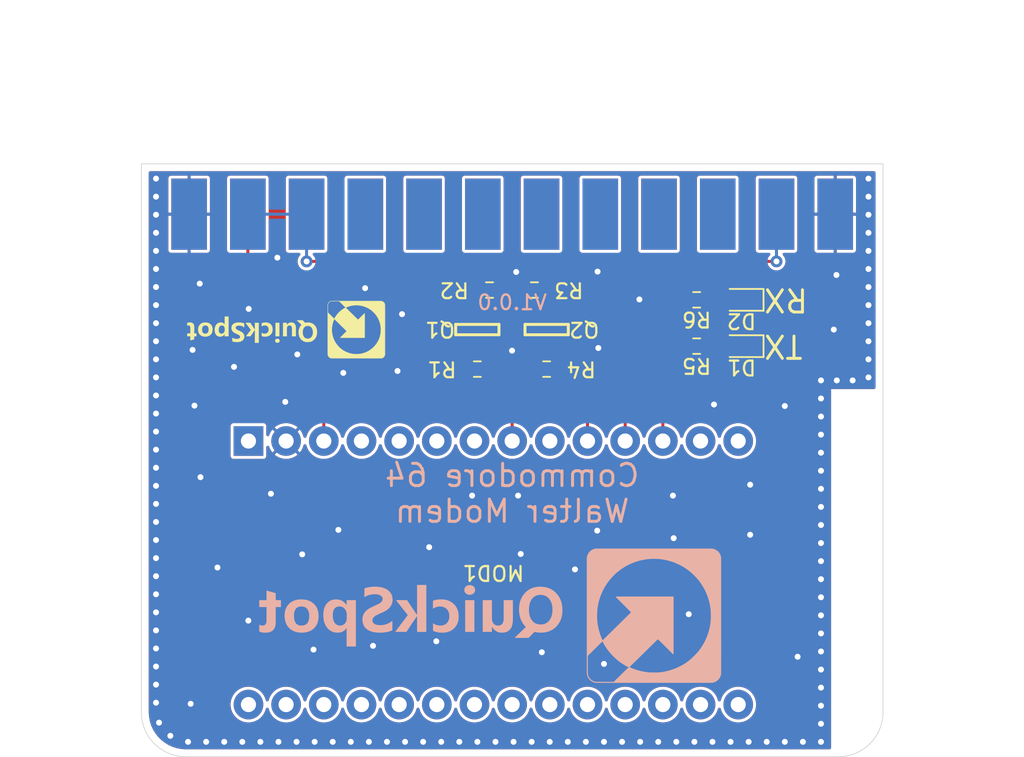
<source format=kicad_pcb>
(kicad_pcb (version 20241229) (generator "pcbnew") (generator_version "9.0")
  (layers (0 "F.Cu" signal) (2 "B.Cu" signal) (13 "F.Paste" user) (15 "B.Paste" user) (5 "F.SilkS" user "F.Silkscreen") (7 "B.SilkS" user "B.Silkscreen") (1 "F.Mask" user) (3 "B.Mask" user) (25 "Edge.Cuts" user))
  (net 0 "")
  (net 1 "Net-(D1-A)")
  (net 2 "GND")
  (net 3 "Net-(D2-A)")
  (net 8 "/C64_RX_HV")
  (net 18 "+5VP")
  (net 21 "/C64_TX_HV")
  (net 27 "+3.3V")
  (net 33 "C64_RX_LV")
  (net 36 "C64_TX_LV")
  (net 47 "Net-(MOD1-IO7)")
  (net 48 "Net-(MOD1-IO6)")
  (footprint "Resistor_SMD:R_0603_1608Metric" (layer "F.Cu") (at 146.1091 83.3882)
    (property "Reference" "R3")
    (property "Value" "10kΩ")
  )
  (footprint "footprints:BSS138" (layer "F.Cu") (at 142.2605 86.0552 90)
    (property "Reference" "Q1")
    (property "Value" "BSS138" (hide yes))
  )
  (footprint "Resistor_SMD:R_0603_1608Metric" (layer "F.Cu") (at 143.0855 83.3882 180)
    (property "Reference" "R2")
    (property "Value" "10kΩ")
  )
  (footprint "footprints:805-24P" (layer "F.Cu") (at 144.61 78.2706)
    (property "Reference" "J1" (hide yes))
    (property "Value" "805-24P" (hide yes))
  )
  (footprint "Resistor_SMD:R_0603_1608Metric" (layer "F.Cu") (at 142.2605 88.7222)
    (property "Reference" "R1")
    (property "Value" "10kΩ")
  )
  (footprint "footprints:walter-socket" (layer "F.Cu") (at 143.3398 102.4636 90)
    (property "Reference" "MOD1")
    (property "Value" "Walter" (hide yes))
  )
  (footprint "Resistor_SMD:R_0603_1608Metric" (layer "F.Cu") (at 146.9341 88.7222)
    (property "Reference" "R4")
    (property "Value" "10kΩ")
  )
  (footprint "LED_SMD:LED_0603_1608Metric" (layer "F.Cu") (at 160.070699 87.1728 180)
    (property "Reference" "D1")
    (property "Value" "LED")
  )
  (footprint "LED_SMD:LED_0603_1608Metric" (layer "F.Cu") (at 160.070699 84.0486 180)
    (property "Reference" "D2")
    (property "Value" "LED")
  )
  (footprint "Resistor_SMD:R_0603_1608Metric" (layer "F.Cu") (at 157.048099 84.0486)
    (property "Reference" "R6")
    (property "Value" "1.2kΩ")
  )
  (footprint "footprints:BSS138" (layer "F.Cu") (at 146.9341 86.0552 90)
    (property "Reference" "Q2")
    (property "Value" "BSS138" (hide yes))
  )
  (footprint "Resistor_SMD:R_0603_1608Metric" (layer "F.Cu") (at 157.048099 87.1728)
    (property "Reference" "R5")
    (property "Value" "1.2kΩ")
  )
  (gr_poly (pts (xy 134.020917 87.715458) (xy 133.93688 87.709069) (xy 133.854064 87.698546) (xy 133.772572 87.683994) (xy 133.69251 87.665518) (xy 133.613982 87.64322) (xy 133.537092 87.617207) (xy 133.461943 87.58758) (xy 133.388641 87.554442) (xy 133.317287 87.517901) (xy 133.247987 87.478059) (xy 133.180846 87.435021) (xy 133.115966 87.388888) (xy 133.05345 87.339767) (xy 132.993404 87.287761) (xy 132.935932 87.232973) (xy 132.881138 87.175507) (xy 132.829126 87.115469) (xy 132.779999 87.052962) (xy 132.733859 86.988089) (xy 132.690816 86.920955) (xy 132.650969 86.851665) (xy 132.614422 86.78032) (xy 132.581283 86.707025) (xy 132.551652 86.631887) (xy 132.525635 86.555006) (xy 132.503335 86.476488) (xy 132.484856 86.396436) (xy 132.470303 86.314955) (xy 132.459779 86.232148) (xy 132.453388 86.14812) (xy 132.451234 86.062974) (xy 132.453388 85.977829) (xy 132.459778 85.893801) (xy 132.470302 85.810994) (xy 132.484856 85.729512) (xy 132.503334 85.649461) (xy 132.525635 85.570942) (xy 132.551651 85.494062) (xy 132.581283 85.418923) (xy 132.614423 85.345629) (xy 132.650969 85.274283) (xy 132.690816 85.204992) (xy 132.733861 85.137859) (xy 132.779999 85.072986) (xy 132.829126 85.010479) (xy 132.881138 84.95044) (xy 132.935933 84.892976) (xy 132.993405 84.838188) (xy 133.053451 84.786182) (xy 133.115966 84.73706) (xy 133.180846 84.690928) (xy 133.247987 84.647888) (xy 133.317287 84.608047) (xy 133.38864 84.571505) (xy 133.461944 84.538369) (xy 133.537092 84.50874) (xy 133.613982 84.482727) (xy 133.692511 84.460431) (xy 133.772572 84.441954) (xy 133.854064 84.427402) (xy 133.936879 84.41688) (xy 134.020917 84.410489) (xy 134.106074 84.408336) (xy 134.191232 84.410489) (xy 134.275269 84.41688) (xy 134.358087 84.427403) (xy 134.439578 84.441954) (xy 134.51964 84.46043) (xy 134.598168 84.482727) (xy 134.675058 84.508741) (xy 134.750205 84.538368) (xy 134.823508 84.571505) (xy 134.894863 84.608045) (xy 134.96416 84.647888) (xy 135.031304 84.690927) (xy 135.096184 84.73706) (xy 135.1587 84.786182) (xy 135.218746 84.838187) (xy 135.276217 84.892976) (xy 135.331012 84.95044) (xy 135.383024 85.010479) (xy 135.432151 85.072986) (xy 135.47829 85.137858) (xy 135.521334 85.204992) (xy 135.561181 85.274283) (xy 135.597727 85.345628) (xy 135.630867 85.418921) (xy 135.660498 85.494061) (xy 135.686516 85.570941) (xy 135.708816 85.649461) (xy 135.727295 85.729512) (xy 135.741848 85.810992) (xy 135.752372 85.893799) (xy 135.758761 85.977828) (xy 135.760916 86.062974) (xy 135.758762 86.148119) (xy 135.752372 86.232147) (xy 135.741848 86.314954) (xy 135.727294 86.396436) (xy 135.708815 86.476488) (xy 135.686515 86.555006) (xy 135.660498 86.631887) (xy 135.630868 86.707026) (xy 135.597727 86.78032) (xy 135.561181 86.851665) (xy 135.521334 86.920955) (xy 135.47829 86.988089) (xy 135.432151 87.052962) (xy 135.383025 87.11547) (xy 135.331012 87.175507) (xy 135.276218 87.232973) (xy 135.218746 87.287761) (xy 135.1587 87.339767) (xy 135.096184 87.388887) (xy 135.031304 87.435021) (xy 134.964162 87.47806) (xy 134.894863 87.517901) (xy 134.823509 87.554442) (xy 134.750205 87.58758) (xy 134.675058 87.617207) (xy 134.598168 87.64322) (xy 134.51964 87.665518) (xy 134.439578 87.683995) (xy 134.358086 87.698546) (xy 134.275269 87.709068) (xy 134.191232 87.715458) (xy 134.106074 87.717612)) (stroke (width 0.005999)) (fill no) (layer "F.SilkS"))
  (gr_poly (pts (xy 134.095822 87.968101) (xy 132.393443 87.966645) (xy 132.349331 87.945583) (xy 132.335964 87.938812) (xy 132.323212 87.931557) (xy 132.311069 87.923812) (xy 132.299531 87.915572) (xy 132.288594 87.906833) (xy 132.278253 87.897591) (xy 132.268507 87.887839) (xy 132.25935 87.877573) (xy 132.25078 87.866791) (xy 132.24279 87.855485) (xy 132.235377 87.84365) (xy 132.228538 87.831283) (xy 132.222268 87.818379) (xy 132.216563 87.804934) (xy 132.21142 87.790941) (xy 132.206834 87.776399) (xy 132.20539 87.769602) (xy 132.204115 87.758723) (xy 132.202995 87.742263) (xy 132.202027 87.71872) (xy 132.201201 87.686589) (xy 132.200511 87.644368) (xy 132.199498 87.523654) (xy 132.19893 87.344558) (xy 132.198741 87.095066) (xy 132.199247 86.336824) (xy 132.200675 84.928262) (xy 132.406451 85.132098) (xy 132.612226 85.335933) (xy 132.586527 85.393916) (xy 132.573538 85.424122) (xy 132.561124 85.454819) (xy 132.549292 85.485971) (xy 132.538054 85.517544) (xy 132.527419 85.549503) (xy 132.517393 85.581813) (xy 132.499209 85.647351) (xy 132.483573 85.713877) (xy 132.470558 85.781116) (xy 132.465053 85.814916) (xy 132.460233 85.84879) (xy 132.456101 85.882704) (xy 132.452668 85.916623) (xy 132.449795 85.959428) (xy 132.448267 86.007991) (xy 132.448029 86.060353) (xy 132.449023 86.114554) (xy 132.451194 86.168638) (xy 132.454481 86.220642) (xy 132.458829 86.26861) (xy 132.464182 86.310581) (xy 132.485774 86.425278) (xy 132.515064 86.537218) (xy 132.551781 86.646082) (xy 132.595665 86.751558) (xy 132.646444 86.85333) (xy 132.703853 86.951081) (xy 132.767629 87.044494) (xy 132.837501 87.133258) (xy 132.913206 87.217053) (xy 132.994476 87.295566) (xy 133.081047 87.368479) (xy 133.172651 87.435479) (xy 133.26902 87.496248) (xy 133.369891 87.550471) (xy 133.474994 87.597833) (xy 133.584068 87.638019) (xy 133.68545 87.667911) (xy 133.787588 87.69125) (xy 133.890212 87.708082) (xy 133.993055 87.718458) (xy 134.095846 87.722425) (xy 134.198314 87.720031) (xy 134.300191 87.711327) (xy 134.401209 87.696358) (xy 134.501096 87.675176) (xy 134.599585 87.647826) (xy 134.696405 87.614359) (xy 134.791288 87.574824) (xy 134.883962 87.529264) (xy 134.974162 87.477737) (xy 135.061615 87.420282) (xy 135.146054 87.356954) (xy 135.176271 87.331723) (xy 135.209276 87.302292) (xy 135.243889 87.269837) (xy 135.27893 87.235534) (xy 135.313226 87.200562) (xy 135.345594 87.166098) (xy 135.374859 87.133316) (xy 135.399845 87.103395) (xy 135.436288 87.05617) (xy 135.470863 87.008057) (xy 135.503561 86.959071) (xy 135.534381 86.909224) (xy 135.563316 86.858528) (xy 135.590359 86.807) (xy 135.615505 86.754652) (xy 135.638749 86.701496) (xy 135.660086 86.647545) (xy 135.679509 86.592815) (xy 135.697013 86.537317) (xy 135.712593 86.481064) (xy 135.726243 86.42407) (xy 135.737957 86.36635) (xy 135.747731 86.307916) (xy 135.755558 86.24878) (xy 135.759173 86.209122) (xy 135.761751 86.163296) (xy 135.763291 86.113372) (xy 135.763798 86.061427) (xy 135.763267 86.009531) (xy 135.761703 85.959758) (xy 135.759103 85.914182) (xy 135.755469 85.874876) (xy 135.747811 85.817693) (xy 135.73829 85.761097) (xy 135.72691 85.705101) (xy 135.713675 85.649721) (xy 135.698595 85.594969) (xy 135.681672 85.54086) (xy 135.662913 85.487409) (xy 135.642325 85.434632) (xy 135.619914 85.382537) (xy 135.595682 85.331145) (xy 135.56964 85.280466) (xy 135.54179 85.230515) (xy 135.512139 85.181306) (xy 135.480693 85.132853) (xy 135.447459 85.085173) (xy 135.412441 85.038277) (xy 135.401806 85.025014) (xy 135.388998 85.009897) (xy 135.357989 84.975246) (xy 135.321688 84.936613) (xy 135.282371 84.896292) (xy 135.242308 84.856575) (xy 135.203773 84.819752) (xy 135.16904 84.78812) (xy 135.153811 84.774966) (xy 135.140383 84.763966) (xy 135.096505 84.730413) (xy 135.051807 84.698459) (xy 135.006288 84.668103) (xy 134.959951 84.639347) (xy 134.912799 84.612192) (xy 134.864836 84.586637) (xy 134.816061 84.562686) (xy 134.766477 84.540338) (xy 134.716088 84.519595) (xy 134.664892 84.500457) (xy 134.612897 84.482924) (xy 134.560102 84.467001) (xy 134.506507 84.452685) (xy 134.45212 84.439978) (xy 134.396938 84.428881) (xy 134.340965 84.419396) (xy 134.316133 84.415764) (xy 134.293021 84.412881) (xy 134.270115 84.410663) (xy 134.245901 84.409033) (xy 134.218863 84.407906) (xy 134.18749 84.407203) (xy 134.150265 84.406839) (xy 134.105675 84.406737) (xy 134.023858 84.407203) (xy 133.992485 84.407906) (xy 133.965447 84.409033) (xy 133.941233 84.410663) (xy 133.918327 84.412881) (xy 133.895215 84.415764) (xy 133.870384 84.419396) (xy 133.814692 84.428778) (xy 133.760333 84.439578) (xy 133.707166 84.451836) (xy 133.655048 84.465591) (xy 133.603839 84.480887) (xy 133.553395 84.497759) (xy 133.503574 84.516251) (xy 133.454234 84.5364) (xy 133.410635 84.554827) (xy 133.396215 84.560774) (xy 133.389544 84.563364) (xy 133.387949 84.562451) (xy 133.384281 84.55947) (xy 133.371163 84.547729) (xy 133.351067 84.528976) (xy 133.324863 84.504049) (xy 133.293428 84.473783) (xy 133.257633 84.43902) (xy 133.176465 84.359337) (xy 132.968451 84.153812) (xy 134.37617 84.154293) (xy 135.50662 84.156135) (xy 135.73615 84.158428) (xy 135.812236 84.162018) (xy 135.812237 84.162017) (xy 135.825979 84.165685) (xy 135.838049 84.169283) (xy 135.843575 84.171108) (xy 135.848824 84.172977) (xy 135.853844 84.174911) (xy 135.85868 84.176931) (xy 135.863382 84.179055) (xy 135.867996 84.181307) (xy 135.872569 84.183705) (xy 135.877148 84.18627) (xy 135.881781 84.189021) (xy 135.886514 84.191983) (xy 135.896469 84.19861) (xy 135.906221 84.205588) (xy 135.915551 84.212814) (xy 135.924459 84.220292) (xy 135.932948 84.22802) (xy 135.941019 84.236001) (xy 135.948672 84.244235) (xy 135.955907 84.252727) (xy 135.96273 84.261475) (xy 135.969137 84.270483) (xy 135.975131 84.279751) (xy 135.980713 84.28928) (xy 135.985884 84.299074) (xy 135.990645 84.309131) (xy 135.994998 84.319456) (xy 135.998943 84.330047) (xy 136.002484 84.340909) (xy 136.003486 84.344331) (xy 136.004427 84.347975) (xy 136.005307 84.352148) (xy 136.006129 84.357157) (xy 136.006893 84.363306) (xy 136.0076 84.370898) (xy 136.008257 84.380244) (xy 136.00886 84.391644) (xy 136.009412 84.405405) (xy 136.009918 84.421833) (xy 136.010787 84.463909) (xy 136.011482 84.520314) (xy 136.012018 84.593494) (xy 136.012407 84.685888) (xy 136.012663 84.799937) (xy 136.0128 84.938087) (xy 136.012831 85.102781) (xy 136.01263 85.521561) (xy 136.01217 86.07582) (xy 136.010675 87.773877) (xy 135.990199 87.8164) (xy 135.983441 87.829762) (xy 135.97635 87.842456) (xy 135.968911 87.854497) (xy 135.961108 87.865895) (xy 135.952928 87.876666) (xy 135.944353 87.886825) (xy 135.935369 87.896384) (xy 135.925961 87.905358) (xy 135.916113 87.913761) (xy 135.905809 87.921605) (xy 135.895035 87.928906) (xy 135.883775 87.935678) (xy 135.872013 87.941931) (xy 135.859734 87.947684) (xy 135.846925 87.952948) (xy 135.833567 87.957737) (xy 135.798201 87.969555)) (stroke (width 0.029999)) (fill yes) (layer "F.SilkS"))
  (gr_line (start 133.010404 86.606965) (end 134.665244 86.606965) (stroke (width 0.005999)) (layer "F.SilkS"))
  (gr_poly (pts (xy 129.761921 85.983642) (xy 129.761292 85.958719) (xy 129.759405 85.935402) (xy 129.756259 85.913692) (xy 129.751856 85.893591) (xy 129.749181 85.884142) (xy 129.746194 85.875096) (xy 129.742892 85.866453) (xy 129.739275 85.85821) (xy 129.735343 85.85037) (xy 129.731096 85.842931) (xy 129.726536 85.835895) (xy 129.72166 85.829262) (xy 129.716471 85.82303) (xy 129.710967 85.817199) (xy 129.705148 85.811771) (xy 129.699014 85.806745) (xy 129.692566 85.80212) (xy 129.685804 85.797899) (xy 129.678727 85.794078) (xy 129.671335 85.79066) (xy 129.663629 85.787645) (xy 129.655609 85.78503) (xy 129.647273 85.78282) (xy 129.638624 85.781009) (xy 129.62966 85.779603) (xy 129.620381 85.778597) (xy 129.610787 85.777994) (xy 129.600879 85.777793) (xy 129.590941 85.778013) (xy 129.581255 85.778675) (xy 129.571822 85.779778) (xy 129.562641 85.781321) (xy 129.553713 85.783305) (xy 129.54504 85.78573) (xy 129.536618 85.788597) (xy 129.52845 85.791903) (xy 129.520535 85.795651) (xy 129.512872 85.79984) (xy 129.505464 85.804469) (xy 129.498308 85.809539) (xy 129.491406 85.815051) (xy 129.484757 85.821001) (xy 129.478362 85.827393) (xy 129.47222 85.834226) (xy 129.466388 85.841442) (xy 129.460931 85.848967) (xy 129.455852 85.856803) (xy 129.451148 85.864951) (xy 129.44682 85.873407) (xy 129.442868 85.882174) (xy 129.439293 85.891254) (xy 129.436094 85.900645) (xy 129.433273 85.910346) (xy 129.430826 85.92036) (xy 129.428755 85.930683) (xy 129.427062 85.94132) (xy 129.425744 85.952269) (xy 129.424804 85.963529) (xy 129.42424 85.975101) (xy 129.424052 85.986986) (xy 129.424052 86.5124) (xy 129.157573 86.5124) (xy 129.157574 85.594337) (xy 129.424052 85.594337) (xy 129.424052 85.734625) (xy 129.428223 85.734626) (xy 129.441381 85.714927) (xy 129.45513 85.6965) (xy 129.46947 85.679344) (xy 129.484402 85.663458) (xy 129.492089 85.655992) (xy 129.499923 85.648843) (xy 129.507907 85.642012) (xy 129.516036 85.635499) (xy 129.524316 85.629302) (xy 129.532741 85.623424) (xy 129.541315 85.617864) (xy 129.550035 85.612623) (xy 129.558905 85.607698) (xy 129.567922 85.60309) (xy 129.577086 85.598801) (xy 129.586397 85.59483) (xy 129.595857 85.591176) (xy 129.605465 85.587839) (xy 129.615221 85.584821) (xy 129.625123 85.582121) (xy 129.635174 85.579738) (xy 129.645372 85.577672) (xy 129.655717 85.575924) (xy 129.666211 85.574495) (xy 129.676851 85.573382) (xy 129.687641 85.572588) (xy 129.709661 85.571953) (xy 129.729375 85.572331) (xy 129.748463 85.573464) (xy 129.766926 85.575352) (xy 129.784762 85.577996) (xy 129.801974 85.581395) (xy 129.818557 85.58555) (xy 129.834516 85.59046) (xy 129.849851 85.596125) (xy 129.864557 85.602546) (xy 129.878639 85.609721) (xy 129.892095 85.617654) (xy 129.904924 85.62634) (xy 129.917128 85.635782) (xy 129.928706 85.64598) (xy 129.939658 85.656935) (xy 129.949985 85.668644) (xy 129.959684 85.681108) (xy 129.968759 85.694327) (xy 129.977207 85.708303) (xy 129.985031 85.723033) (xy 129.992227 85.738519) (xy 129.998799 85.754761) (xy 130.004744 85.771758) (xy 130.010064 85.789511) (xy 130.014757 85.808019) (xy 130.018826 85.827282) (xy 130.022267 85.847301) (xy 130.025082 85.868075) (xy 130.027275 85.889606) (xy 130.028839 85.911891) (xy 130.029778 85.934933) (xy 130.030091 85.958729) (xy 130.030089 86.5124) (xy 129.761921 86.512401)) (fill yes) (layer "F.SilkS"))
  (gr_poly (pts (xy 127.914217 86.534161) (xy 127.896193 86.533317) (xy 127.878804 86.532136) (xy 127.862051 86.530616) (xy 127.845933 86.528761) (xy 127.830451 86.526567) (xy 127.815606 86.524038) (xy 127.801396 86.521171) (xy 127.787822 86.517967) (xy 127.774886 86.514426) (xy 127.762585 86.510547) (xy 127.75092 86.506332) (xy 127.739891 86.501782) (xy 127.729498 86.496893) (xy 127.719742 86.491669) (xy 127.719742 86.261732) (xy 127.731326 86.269874) (xy 127.74304 86.277491) (xy 127.754882 86.284581) (xy 127.766852 86.291147) (xy 127.778954 86.297185) (xy 127.791182 86.302699) (xy 127.803542 86.307687) (xy 127.816031 86.31215) (xy 127.82865 86.316087) (xy 127.841397 86.319499) (xy 127.854275 86.322385) (xy 127.867282 86.324748) (xy 127.880418 86.326585) (xy 127.893686 86.327896) (xy 127.907083 86.328684) (xy 127.92061 86.328946) (xy 127.935785 86.328654) (xy 127.950582 86.327778) (xy 127.965005 86.32632) (xy 127.979048 86.324277) (xy 127.992715 86.321651) (xy 128.006007 86.318441) (xy 128.018921 86.314647) (xy 128.031458 86.31027) (xy 128.04362 86.305311) (xy 128.055404 86.299768) (xy 128.066813 86.293641) (xy 128.077847 86.28693) (xy 128.088505 86.279638) (xy 128.098786 86.271761) (xy 128.108693 86.263301) (xy 128.118224 86.254258) (xy 128.127165 86.2447) (xy 128.135531 86.234707) (xy 128.143321 86.224282) (xy 128.150534 86.213421) (xy 128.157169 86.202125) (xy 128.16323 86.190397) (xy 128.168712 86.178234) (xy 128.17362 86.165638) (xy 128.177949 86.152607) (xy 128.181702 86.139141) (xy 128.184877 86.125242) (xy 128.187475 86.110911) (xy 128.189495 86.096145) (xy 128.190939 86.080945) (xy 128.191806 86.06531) (xy 128.192095 86.049244) (xy 128.191818 86.033676) (xy 128.190992 86.018524) (xy 128.189613 86.003788) (xy 128.187682 85.989468) (xy 128.185201 85.975562) (xy 128.182168 85.962074) (xy 128.178584 85.949) (xy 128.174448 85.93634) (xy 128.169762 85.924096) (xy 128.164523 85.912268) (xy 128.158736 85.900854) (xy 128.152396 85.889854) (xy 128.145505 85.87927) (xy 128.138063 85.8691) (xy 128.130072 85.859343) (xy 128.121528 85.850003) (xy 128.112512 85.841261) (xy 128.1031 85.833081) (xy 128.093292 85.825469) (xy 128.083089 85.818417) (xy 128.072488 85.81193) (xy 128.061494 85.806006) (xy 128.050101 85.800646) (xy 128.038314 85.795852) (xy 128.026131 85.79162) (xy 128.01355 85.787952) (xy 128.000574 85.784848) (xy 127.987201 85.782308) (xy 127.973433 85.780332) (xy 127.959268 85.778922) (xy 127.944706 85.778073) (xy 127.929748 85.777793) (xy 127.916383 85.778059) (xy 127.903056 85.778857) (xy 127.889768 85.780188) (xy 127.87652 85.78205) (xy 127.863311 85.784444) (xy 127.850142 85.787369) (xy 127.837011 85.790828) (xy 127.823918 85.794816) (xy 127.810865 85.799338) (xy 127.797852 85.804391) (xy 127.784876 85.809977) (xy 127.771938 85.816093) (xy 127.759039 85.822741) (xy 127.746178 85.829919) (xy 127.733354 85.837631) (xy 127.720569 85.845872) (xy 127.720568 85.628375) (xy 127.732922 85.621543) (xy 127.745912 85.615151) (xy 127.759536 85.609201) (xy 127.773797 85.603691) (xy 127.788693 85.598621) (xy 127.804225 85.593992) (xy 127.820393 85.589806) (xy 127.837197 85.586059) (xy 127.854636 85.582752) (xy 127.872712 85.579888) (xy 127.891422 85.577463) (xy 127.910771 85.57548) (xy 127.930754 85.573937) (xy 127.951374 85.572834) (xy 127.972629 85.572174) (xy 127.994522 85.571953) (xy 128.020463 85.572452) (xy 128.045773 85.573951) (xy 128.070455 85.576446) (xy 128.094507 85.579943) (xy 128.117929 85.584435) (xy 128.140721 85.589929) (xy 128.162884 85.596419) (xy 128.184418 85.603909) (xy 128.205323 85.612396) (xy 128.225598 85.621881) (xy 128.245244 85.632366) (xy 128.264264 85.643848) (xy 128.282653 85.65633) (xy 128.300414 85.669808) (xy 128.317549 85.684286) (xy 128.334054 85.699761) (xy 128.349736 85.716035) (xy 128.364408 85.732903) (xy 128.378069 85.750358) (xy 128.390717 85.768402) (xy 128.402352 85.787037) (xy 128.412977 85.806262) (xy 128.422589 85.826077) (xy 128.43119 85.846482) (xy 128.438779 85.867477) (xy 128.445355 85.889062) (xy 128.450921 85.911239) (xy 128.455473 85.934005) (xy 128.459014 85.957362) (xy 128.461545 85.981311) (xy 128.463063 86.00585) (xy 128.463569 86.030979) (xy 128.463023 86.059846) (xy 128.46139 86.087935) (xy 128.458666 86.115245) (xy 128.454852 86.14178) (xy 128.44995 86.167534) (xy 128.443959 86.192514) (xy 128.436877 86.216714) (xy 128.428705 86.240137) (xy 128.419442 86.262782) (xy 128.409091 86.284648) (xy 128.39765 86.305736) (xy 128.385118 86.326047) (xy 128.371496 86.345578) (xy 128.356785 86.364331) (xy 128.340982 86.382307) (xy 128.324088 86.399503) (xy 128.306297 86.415886) (xy 128.287778 86.431213) (xy 128.268531 86.445483) (xy 128.248557 86.458698) (xy 128.227857 86.470856) (xy 128.20643 86.481959) (xy 128.184276 86.492003) (xy 128.161394 86.50099) (xy 128.137785 86.508921) (xy 128.113451 86.515797) (xy 128.088388 86.521613) (xy 128.0626 86.526374) (xy 128.036084 86.530076) (xy 128.008842 86.532719) (xy 127.980872 86.534307) (xy 127.952176 86.534836)) (fill yes) (layer "F.SilkS"))
  (gr_poly (pts (xy 123.88773 86.534336) (xy 123.861091 86.532838) (xy 123.835167 86.530339) (xy 123.809956 86.526844) (xy 123.785457 86.522349) (xy 123.761673 86.516854) (xy 123.738604 86.510362) (xy 123.716247 86.50287) (xy 123.694604 86.494379) (xy 123.673674 86.48489) (xy 123.653458 86.4744) (xy 123.633954 86.462913) (xy 123.615166 86.450427) (xy 123.597089 86.436942) (xy 123.579726 86.42246) (xy 123.563075 86.406978) (xy 123.547298 86.390764) (xy 123.53254 86.373861) (xy 123.518796 86.35627) (xy 123.506073 86.337992) (xy 123.494367 86.319026) (xy 123.483677 86.299372) (xy 123.474007 86.279028) (xy 123.465353 86.257999) (xy 123.457719 86.23628) (xy 123.451101 86.213873) (xy 123.445501 86.190778) (xy 123.44092 86.166994) (xy 123.437356 86.142523) (xy 123.434811 86.117362) (xy 123.433283 86.091515) (xy 123.432774 86.064979) (xy 123.433297 86.037118) (xy 123.434863 86.009977) (xy 123.437473 85.983554) (xy 123.441128 85.957853) (xy 123.445827 85.932873) (xy 123.45157 85.908611) (xy 123.458356 85.885069) (xy 123.466188 85.862247) (xy 123.475065 85.840145) (xy 123.484983 85.818763) (xy 123.495948 85.798102) (xy 123.507956 85.778158) (xy 123.521008 85.758936) (xy 123.535106 85.740431) (xy 123.550246 85.722648) (xy 123.566431 85.705583) (xy 123.583505 85.689402) (xy 123.60132 85.674264) (xy 123.619872 85.660171) (xy 123.639166 85.647121) (xy 123.659197 85.635115) (xy 123.679969 85.624153) (xy 123.701481 85.614235) (xy 123.723732 85.605362) (xy 123.746722 85.597531) (xy 123.770453 85.590745) (xy 123.794924 85.585002) (xy 123.820133 85.580304) (xy 123.846085 85.576651) (xy 123.872776 85.574041) (xy 123.900208 85.572475) (xy 123.92838 85.571953) (xy 123.956039 85.572452) (xy 123.982977 85.573949) (xy 124.009195 85.576446) (xy 124.034694 85.579942) (xy 124.059471 85.584436) (xy 124.083531 85.589928) (xy 124.106869 85.596418) (xy 124.129487 85.603907) (xy 124.151385 85.612396) (xy 124.172563 85.621882) (xy 124.193022 85.632366) (xy 124.212759 85.643848) (xy 124.231779 85.656328) (xy 124.250076 85.669808) (xy 124.267656 85.684284) (xy 124.284515 85.69976) (xy 124.3004 85.716205) (xy 124.31526 85.73337) (xy 124.329095 85.751253) (xy 124.341903 85.769855) (xy 124.353689 85.789179) (xy 124.364449 85.80922) (xy 124.374183 85.829983) (xy 124.382894 85.851465) (xy 124.390578 85.873667) (xy 124.397239 85.896589) (xy 124.402874 85.92023) (xy 124.407485 85.944591) (xy 124.411072 85.969675) (xy 124.413634 85.995476) (xy 124.415171 86.022) (xy 124.415683 86.049243) (xy 124.415684 86.049244) (xy 124.41562 86.052548) (xy 124.14421 86.052548) (xy 124.143334 86.019274) (xy 124.140707 85.988148) (xy 124.13633 85.959168) (xy 124.130203 85.932337) (xy 124.126483 85.919726) (xy 124.122325 85.90765) (xy 124.117729 85.896113) (xy 124.112695 85.885112) (xy 124.107223 85.874649) (xy 124.101314 85.86472) (xy 124.094966 85.855331) (xy 124.088181 85.846475) (xy 124.08096 85.838159) (xy 124.073298 85.830377) (xy 124.0652 85.823134) (xy 124.056665 85.816426) (xy 124.04769 85.810255) (xy 124.038279 85.804621) (xy 124.028428 85.799524) (xy 124.018141 85.794963) (xy 124.007416 85.790936) (xy 123.996253 85.787451) (xy 123.984652 85.7845) (xy 123.972613 85.782084) (xy 123.960136 85.780205) (xy 123.947222 85.778865) (xy 123.933869 85.778061) (xy 123.920078 85.777793) (xy 123.90685 85.778068) (xy 123.894044 85.778894) (xy 123.881656 85.780273) (xy 123.869687 85.782202) (xy 123.858139 85.784684) (xy 123.847009 85.787716) (xy 123.8363 85.791299) (xy 123.82601 85.795434) (xy 123.816141 85.80012) (xy 123.806691 85.805357) (xy 123.79766 85.811145) (xy 123.78905 85.817485) (xy 123.780861 85.824375) (xy 123.77309 85.831816) (xy 123.765739 85.839811) (xy 123.758808 85.848354) (xy 123.752296 85.85745) (xy 123.746205 85.867097) (xy 123.740534 85.877295) (xy 123.735284 85.888044) (xy 123.730453 85.899345) (xy 123.726042 85.911196) (xy 123.722051 85.923599) (xy 123.718478 85.936552) (xy 123.715328 85.950057) (xy 123.712597 85.964113) (xy 123.710287 85.97872) (xy 123.708396 85.993878) (xy 123.706926 86.009587) (xy 123.705876 86.025847) (xy 123.705245 86.042659) (xy 123.705035 86.060022) (xy 123.705882 86.092588) (xy 123.708421 86.123052) (xy 123.712655 86.151415) (xy 123.718582 86.177678) (xy 123.722179 86.19002) (xy 123.726201 86.201838) (xy 123.730647 86.213132) (xy 123.735514 86.223899) (xy 123.740806 86.23414) (xy 123.746521 86.243857) (xy 123.752658 86.253049) (xy 123.759218 86.261715) (xy 123.766202 86.269856) (xy 123.773609 86.277473) (xy 123.781441 86.284564) (xy 123.789693 86.291128) (xy 123.798369 86.297168) (xy 123.80747 86.302684) (xy 123.816992 86.307673) (xy 123.826938 86.312138) (xy 123.837307 86.316076) (xy 123.848097 86.31949) (xy 123.859312 86.32238) (xy 123.870951 86.324743) (xy 123.883012 86.326581) (xy 123.895495 86.327895) (xy 123.908402 86.328682) (xy 123.921731 86.328945) (xy 123.93473 86.328664) (xy 123.947363 86.327818) (xy 123.959635 86.326409) (xy 123.971542 86.324437) (xy 123.983086 86.321899) (xy 123.994268 86.3188) (xy 124.005085 86.315135) (xy 124.015538 86.310905) (xy 124.025629 86.306111) (xy 124.035354 86.300753) (xy 124.044718 86.294829) (xy 124.053718 86.288341) (xy 124.062356 86.281287) (xy 124.070627 86.273668) (xy 124.078539 86.265484) (xy 124.086086 86.256735) (xy 124.093127 86.247479) (xy 124.099712 86.237754) (xy 124.105843 86.227561) (xy 124.111519 86.2169) (xy 124.116741 86.205775) (xy 124.121509 86.19418) (xy 124.125824 86.182119) (xy 124.129683 86.169589) (xy 124.133088 86.156593) (xy 124.136038 86.143131) (xy 124.138536 86.129201) (xy 124.140579 86.114803) (xy 124.142167 86.09994) (xy 124.143301 86.084609) (xy 124.143983 86.068812) (xy 124.14421 86.052548) (xy 124.41562 86.052548) (xy 124.415155 86.077189) (xy 124.413569 86.104376) (xy 124.410927 86.130804) (xy 124.407228 86.156472) (xy 124.402471 86.181382) (xy 124.396656 86.205534) (xy 124.389784 86.228925) (xy 124.381856 86.25156) (xy 124.372869 86.273434) (xy 124.362825 86.294552) (xy 124.351723 86.31491) (xy 124.339563 86.33451) (xy 124.326345 86.353351) (xy 124.312069 86.371434) (xy 124.296737 86.388758) (xy 124.280345 86.405326) (xy 124.262965 86.421009) (xy 124.244858 86.435681) (xy 124.226023 86.449338) (xy 124.206463 86.461988) (xy 124.186177 86.473624) (xy 124.165163 86.484246) (xy 124.143422 86.493859) (xy 124.120957 86.502459) (xy 124.097763 86.510048) (xy 124.073845 86.516624) (xy 124.049199 86.522189) (xy 124.023828 86.526742) (xy 123.99773 86.530282) (xy 123.970906 86.532812) (xy 123.943357 86.53433) (xy 123.915082 86.534835)) (fill yes) (layer "F.SilkS"))
  (gr_poly (pts (xy 126.009097 86.900941) (xy 125.964826 86.898645) (xy 125.922448 86.894818) (xy 125.881962 86.889459) (xy 125.84337 86.882569) (xy 125.824785 86.878552) (xy 125.806672 86.874149) (xy 125.789031 86.869366) (xy 125.771865 86.864199) (xy 125.755172 86.858649) (xy 125.73895 86.852717) (xy 125.73895 86.595398) (xy 125.755314 86.606056) (xy 125.77202 86.616025) (xy 125.789069 86.625306) (xy 125.806461 86.633898) (xy 125.824196 86.641803) (xy 125.842274 86.649021) (xy 125.860695 86.655551) (xy 125.879462 86.661394) (xy 125.898571 86.666548) (xy 125.918022 86.671016) (xy 125.937819 86.674794) (xy 125.95796 86.677887) (xy 125.978443 86.680293) (xy 125.999273 86.682011) (xy 126.020445 86.68304) (xy 126.041961 86.683384) (xy 126.054464 86.683239) (xy 126.066649 86.682802) (xy 126.078517 86.682074) (xy 126.090066 86.681052) (xy 126.101297 86.679741) (xy 126.11221 86.678138) (xy 126.122805 86.676243) (xy 126.133082 86.674055) (xy 126.143041 86.671576) (xy 126.152682 86.668805) (xy 126.162005 86.665741) (xy 126.171013 86.662385) (xy 126.179704 86.658738) (xy 126.188075 86.654798) (xy 126.19613 86.650565) (xy 126.203868 86.646041) (xy 126.211203 86.641374) (xy 126.218065 86.636506) (xy 126.224453 86.631438) (xy 126.230368 86.626169) (xy 126.23581 86.6207) (xy 126.238354 86.61789) (xy 126.240779 86.61503) (xy 126.243086 86.61212) (xy 126.245275 86.609159) (xy 126.247345 86.606147) (xy 126.249296 86.603087) (xy 126.251131 86.599976) (xy 126.252846 86.596813) (xy 126.254443 86.593603) (xy 126.255921 86.59034) (xy 126.257283 86.587028) (xy 126.258525 86.583665) (xy 126.259648 86.580251) (xy 126.260655 86.576789) (xy 126.261541 86.573274) (xy 126.262311 86.569709) (xy 126.262962 86.566095) (xy 126.263494 86.562431) (xy 126.263908 86.558714) (xy 126.264204 86.55495) (xy 126.264439 86.547266) (xy 126.264278 86.541067) (xy 126.263792 86.534929) (xy 126.262982 86.528849) (xy 126.261847 86.522827) (xy 126.26039 86.516866) (xy 126.258607 86.510961) (xy 126.256501 86.505116) (xy 126.25407 86.499331) (xy 126.251314 86.493604) (xy 126.248236 86.487934) (xy 126.244832 86.482325) (xy 126.241104 86.476773) (xy 126.237053 86.47128) (xy 126.232676 86.465844) (xy 126.227976 86.460469) (xy 126.22295 86.45515) (xy 126.217286 86.44984) (xy 126.210668 86.444297) (xy 126.203097 86.43852) (xy 126.194572 86.432511) (xy 126.185092 86.426271) (xy 126.17466 86.419797) (xy 126.163275 86.413091) (xy 126.150936 86.406151) (xy 126.137643 86.398978) (xy 126.123397 86.391573) (xy 126.1082 86.383935) (xy 126.092047 86.376065) (xy 126.074944 86.367961) (xy 126.056885 86.359624) (xy 126.017912 86.342253) (xy 125.994406 86.331945) (xy 125.971841 86.321566) (xy 125.950218 86.311115) (xy 125.929535 86.300593) (xy 125.909792 86.289998) (xy 125.890992 86.279333) (xy 125.873132 86.268596) (xy 125.856214 86.257786) (xy 125.840236 86.246907) (xy 125.825198 86.235955) (xy 125.811104 86.224933) (xy 125.797949 86.213837) (xy 125.785735 86.202673) (xy 125.774462 86.191437) (xy 125.76413 86.180129) (xy 125.754739 86.16875) (xy 125.745989 86.157199) (xy 125.737804 86.145377) (xy 125.730184 86.133282) (xy 125.72313 86.120916) (xy 125.716641 86.108278) (xy 125.710716 86.095366) (xy 125.705357 86.082185) (xy 125.700562 86.06873) (xy 125.696333 86.055003) (xy 125.692668 86.041003) (xy 125.689566 86.026733) (xy 125.68703 86.012189) (xy 125.685056 85.997373) (xy 125.683648 85.982287) (xy 125.682803 85.966926) (xy 125.682521 85.951294) (xy 125.683034 85.9285) (xy 125.68457 85.906391) (xy 125.687132 85.884972) (xy 125.690719 85.864237) (xy 125.69533 85.844192) (xy 125.700966 85.824834) (xy 125.707628 85.806161) (xy 125.715313 85.788177) (xy 125.724025 85.770882) (xy 125.73376 85.754274) (xy 125.74452 85.738353) (xy 125.756305 85.723119) (xy 125.769114 85.708573) (xy 125.782947 85.694716) (xy 125.797806 85.681547) (xy 125.81369 85.669064) (xy 125.830511 85.6573) (xy 125.848196 85.646296) (xy 125.866744 85.636053) (xy 125.886155 85.626568) (xy 125.906429 85.617842) (xy 125.927566 85.609877) (xy 125.949569 85.60267) (xy 125.972433 85.596222) (xy 125.996161 85.590533) (xy 126.020752 85.585603) (xy 126.046207 85.581431) (xy 126.072525 85.578019) (xy 126.099706 85.575364) (xy 126.12775 85.573468) (xy 126.156658 85.572332) (xy 126.186429 85.571953) (xy 126.213718 85.572231) (xy 126.240384 85.573067) (xy 126.266427 85.574459) (xy 126.291851 85.576409) (xy 126.31665 85.578918) (xy 126.340826 85.581983) (xy 126.364381 85.585605) (xy 126.387314 85.589787) (xy 126.409624 85.594526) (xy 126.431311 85.599823) (xy 126.452375 85.605679) (xy 126.472815 85.612093) (xy 126.492633 85.619066) (xy 126.511828 85.626596) (xy 126.5304 85.634687) (xy 126.548348 85.643336) (xy 126.548347 85.918081) (xy 126.528783 85.9025) (xy 126.508887 85.887925) (xy 126.48866 85.874353) (xy 126.468101 85.861787) (xy 126.447211 85.850228) (xy 126.42599 85.839673) (xy 126.404438 85.830122) (xy 126.382554 85.821578) (xy 126.36034 85.814037) (xy 126.337794 85.807503) (xy 126.314917 85.801974) (xy 126.291709 85.797449) (xy 126.26817 85.793931) (xy 126.2443 85.791417) (xy 126.220098 85.78991) (xy 126.195566 85.789408) (xy 126.18177 85.789555) (xy 126.16841 85.790005) (xy 126.155484 85.790751) (xy 126.142995 85.791797) (xy 126.130939 85.793141) (xy 126.119319 85.794783) (xy 126.108134 85.796723) (xy 126.097384 85.798963) (xy 126.087068 85.8015) (xy 126.077189 85.804337) (xy 126.067743 85.807471) (xy 126.058732 85.810904) (xy 126.050157 85.814634) (xy 126.042016 85.818665) (xy 126.034311 85.822992) (xy 126.027039 85.827618) (xy 126.020199 85.832579) (xy 126.0138 85.837707) (xy 126.007843 85.843004) (xy 126.002328 85.84847) (xy 125.997254 85.854104) (xy 125.99262 85.859906) (xy 125.988429 85.865876) (xy 125.984681 85.872014) (xy 125.981373 85.878323) (xy 125.978506 85.884799) (xy 125.976079 85.891444) (xy 125.974096 85.898258) (xy 125.972552 85.905242) (xy 125.97145 85.912395) (xy 125.970787 85.919717) (xy 125.970568 85.927207) (xy 125.970743 85.933723) (xy 125.971269 85.940193) (xy 125.972145 85.946617) (xy 125.973371 85.952995) (xy 125.974947 85.959329) (xy 125.976874 85.965617) (xy 125.97915 85.971861) (xy 125.981777 85.978057) (xy 125.984755 85.984209) (xy 125.988082 85.990314) (xy 125.991759 85.996374) (xy 125.995785 86.002388) (xy 126.000162 86.008356) (xy 126.004889 86.014278) (xy 126.009966 86.020154) (xy 126.015392 86.025983) (xy 126.021575 86.031926) (xy 126.028905 86.038128) (xy 126.037381 86.044588) (xy 126.047006 86.051305) (xy 126.057779 86.058284) (xy 126.069698 86.065519) (xy 126.082765 86.073015) (xy 126.096978 86.08077) (xy 126.11234 86.088784) (xy 126.128848 86.097056) (xy 126.146506 86.105589) (xy 126.165308 86.114381) (xy 126.185259 86.123432) (xy 126.206359 86.132744) (xy 126.251997 86.152147) (xy 126.288492 86.168582) (xy 126.32263 86.185923) (xy 126.354416 86.204173) (xy 126.383845 86.223329) (xy 126.41092 86.243394) (xy 126.435639 86.264367) (xy 126.458005 86.286248) (xy 126.478015 86.309036) (xy 126.487137 86.320769) (xy 126.495671 86.33273) (xy 126.503616 86.344919) (xy 126.510972 86.357335) (xy 126.517741 86.369976) (xy 126.52392 86.382846) (xy 126.529511 86.395942) (xy 126.534512 86.409265) (xy 126.538927 86.422815) (xy 126.542752 86.436591) (xy 126.545988 86.450594) (xy 126.548636 86.464825) (xy 126.550696 86.479283) (xy 126.552166 86.493967) (xy 126.553344 86.524015) (xy 126.552811 86.546116) (xy 126.551215 86.567586) (xy 126.548557 86.588426) (xy 126.544836 86.608638) (xy 126.540049 86.628219) (xy 126.5342 86.647171) (xy 126.527288 86.665495) (xy 126.519311 86.683189) (xy 126.510272 86.700252) (xy 126.50017 86.71669) (xy 126.489002 86.732497) (xy 126.476773 86.747676) (xy 126.46348 86.762226) (xy 126.449123 86.776148) (xy 126.433703 86.789441) (xy 126.417219 86.802106) (xy 126.399748 86.814165) (xy 126.381591 86.825446) (xy 126.362747 86.835949) (xy 126.343216 86.845676) (xy 126.322999 86.854622) (xy 126.302097 86.862794) (xy 126.280504 86.870186) (xy 126.258228 86.876801) (xy 126.235264 86.882637) (xy 126.211612 86.887697) (xy 126.187273 86.891977) (xy 126.162247 86.89548) (xy 126.13653 86.898203) (xy 126.110129 86.900149) (xy 126.083039 86.901316) (xy 126.055261 86.901706)) (fill yes) (layer "F.SilkS"))
  (gr_line (start 132.179206 84.89944) (end 133.456229 86.161195) (stroke (width 0.005999)) (layer "F.SilkS"))
  (gr_poly (pts (xy 124.902137 86.534355) (xy 124.881137 86.532916) (xy 124.860734 86.530514) (xy 124.84093 86.527154) (xy 124.821721 86.522835) (xy 124.803107 86.517554) (xy 124.785092 86.511314) (xy 124.767673 86.504116) (xy 124.75085 86.495957) (xy 124.734623 86.486837) (xy 124.718991 86.476761) (xy 124.703958 86.465722) (xy 124.689518 86.453727) (xy 124.675677 86.440772) (xy 124.66243 86.426857) (xy 124.64978 86.411984) (xy 124.637819 86.396378) (xy 124.62663 86.380079) (xy 124.616213 86.363088) (xy 124.606568 86.345405) (xy 124.597691 86.327027) (xy 124.589589 86.307958) (xy 124.582256 86.288194) (xy 124.575696 86.267739) (xy 124.569906 86.246588) (xy 124.564889 86.224745) (xy 124.560643 86.202209) (xy 124.557169 86.178978) (xy 124.554467 86.155053) (xy 124.552536 86.130433) (xy 124.551379 86.105121) (xy 124.550992 86.079113) (xy 124.55144 86.05073) (xy 124.552781 86.023061) (xy 124.555019 85.996104) (xy 124.558151 85.969859) (xy 124.562178 85.944329) (xy 124.5671 85.91951) (xy 124.572917 85.895405) (xy 124.579628 85.872014) (xy 124.587235 85.849334) (xy 124.595739 85.827369) (xy 124.605137 85.806116) (xy 124.615429 85.785576) (xy 124.626618 85.765749) (xy 124.638702 85.746637) (xy 124.651681 85.728237) (xy 124.665557 85.71055) (xy 124.680152 85.693767) (xy 124.695305 85.678066) (xy 124.71102 85.663449) (xy 124.727291 85.649913) (xy 124.744122 85.637462) (xy 124.76151 85.626091) (xy 124.779457 85.615806) (xy 124.797963 85.606602) (xy 124.817026 85.59848) (xy 124.836646 85.591443) (xy 124.856825 85.585488) (xy 124.877561 85.580615) (xy 124.898855 85.576825) (xy 124.920706 85.574118) (xy 124.943114 85.572495) (xy 124.966079 85.571953) (xy 124.986822 85.572472) (xy 125.006932 85.574028) (xy 125.026407 85.576622) (xy 125.045246 85.580253) (xy 125.063451 85.584922) (xy 125.081019 85.590628) (xy 125.097955 85.597371) (xy 125.114254 85.605153) (xy 125.129918 85.613972) (xy 125.144947 85.623827) (xy 125.15934 85.634722) (xy 125.173097 85.646653) (xy 125.186221 85.659622) (xy 125.198707 85.67363) (xy 125.210559 85.688675) (xy 125.221775 85.704756) (xy 125.22508 85.704756) (xy 125.22508 85.171868) (xy 125.493219 85.171868) (xy 125.493219 86.079939) (xy 125.22925 86.079939) (xy 125.229251 86.000244) (xy 125.229042 85.988144) (xy 125.228421 85.976321) (xy 125.227383 85.964778) (xy 125.22593 85.953512) (xy 125.224064 85.942525) (xy 125.221782 85.931817) (xy 125.219083 85.921386) (xy 125.215971 85.911234) (xy 125.212444 85.901362) (xy 125.208502 85.891767) (xy 125.204144 85.882451) (xy 125.19937 85.873413) (xy 125.194182 85.864654) (xy 125.188577 85.856173) (xy 125.182559 85.847972) (xy 125.176125 85.840049) (xy 125.169359 85.832509) (xy 125.162347 85.825454) (xy 125.155086 85.818888) (xy 125.147581 85.812808) (xy 125.139829 85.807214) (xy 125.131829 85.802107) (xy 125.123584 85.797487) (xy 125.115092 85.793353) (xy 125.106354 85.789705) (xy 125.097369 85.786545) (xy 125.088139 85.783869) (xy 125.078661 85.781682) (xy 125.068939 85.77998) (xy 125.05897 85.778765) (xy 125.048757 85.778035) (xy 125.038297 85.777793) (xy 125.025914 85.778097) (xy 125.013882 85.779012) (xy 125.002201 85.780536) (xy 124.990872 85.78267) (xy 124.979891 85.785413) (xy 124.969263 85.788765) (xy 124.958984 85.792728) (xy 124.949056 85.7973) (xy 124.939478 85.802481) (xy 124.930249 85.808274) (xy 124.92137 85.814674) (xy 124.91284 85.821686) (xy 124.904659 85.829305) (xy 124.896828 85.837536) (xy 124.889347 85.846376) (xy 124.882213 85.855825) (xy 124.875379 85.865834) (xy 124.868986 85.876346) (xy 124.863035 85.887366) (xy 124.857523 85.898888) (xy 124.852454 85.91092) (xy 124.847824 85.923455) (xy 124.843637 85.936495) (xy 124.83989 85.950041) (xy 124.836583 85.964092) (xy 124.833718 85.978651) (xy 124.831293 85.993715) (xy 124.829309 86.009284) (xy 124.827766 86.025359) (xy 124.826663 86.041942) (xy 124.826003 86.05903) (xy 124.825783 86.076625) (xy 124.826551 86.107183) (xy 124.828855 86.135768) (xy 124.832696 86.162382) (xy 124.838075 86.187024) (xy 124.841341 86.198605) (xy 124.844991 86.209692) (xy 124.849025 86.220288) (xy 124.853443 86.230391) (xy 124.858245 86.240001) (xy 124.863432 86.249118) (xy 124.869003 86.257741) (xy 124.874959 86.265873) (xy 124.881299 86.273511) (xy 124.888022 86.280656) (xy 124.89513 86.287308) (xy 124.902623 86.293467) (xy 124.910501 86.299135) (xy 124.918762 86.304309) (xy 124.927408 86.308989) (xy 124.936437 86.313178) (xy 124.945852 86.316874) (xy 124.955652 86.320077) (xy 124.965835 86.322786) (xy 124.976403 86.325004) (xy 124.987355 86.326728) (xy 124.998692 86.32796) (xy 125.010413 86.328699) (xy 125.022518 86.328944) (xy 125.033805 86.328672) (xy 125.044832 86.327857) (xy 125.0556 86.326496) (xy 125.066107 86.324591) (xy 125.076355 86.322143) (xy 125.086345 86.319148) (xy 125.096074 86.315608) (xy 125.105545 86.311525) (xy 125.114755 86.306895) (xy 125.123705 86.301721) (xy 125.132396 86.296001) (xy 125.140828 86.289736) (xy 125.148999 86.282923) (xy 125.15691 86.275566) (xy 125.164562 86.267664) (xy 125.171953 86.259214) (xy 125.178887 86.250344) (xy 125.185376 86.241163) (xy 125.191416 86.231672) (xy 125.19701 86.221868) (xy 125.202157 86.211753) (xy 125.206858 86.201326) (xy 125.211112 86.190588) (xy 125.214917 86.179538) (xy 125.218276 86.168177) (xy 125.221186 86.156504) (xy 125.223651 86.144521) (xy 125.225666 86.132227) (xy 125.227234 86.119622) (xy 125.228354 86.106705) (xy 125.229027 86.093477) (xy 125.22925 86.079939) (xy 125.493219 86.079939) (xy 125.493219 86.512401) (xy 125.22508 86.512401) (xy 125.22508 86.372111) (xy 125.221775 86.372111) (xy 125.208256 86.391813) (xy 125.194056 86.410243) (xy 125.179174 86.427403) (xy 125.171479 86.435505) (xy 125.163612 86.443291) (xy 125.155575 86.45076) (xy 125.147369 86.457911) (xy 125.138992 86.464745) (xy 125.130445 86.471259) (xy 125.121728 86.477457) (xy 125.112839 86.483338) (xy 125.103781 86.4889) (xy 125.094553 86.494145) (xy 125.085155 86.499072) (xy 125.075585 86.50368) (xy 125.065846 86.507971) (xy 125.055937 86.511946) (xy 125.045856 86.515601) (xy 125.035606 86.518938) (xy 125.025185 86.52196) (xy 125.014593 86.524662) (xy 125.003832 86.527046) (xy 124.9929 86.529111) (xy 124.970527 86.532292) (xy 124.94747 86.5342) (xy 124.923733 86.534835)) (fill yes) (layer "F.SilkS"))
  (gr_poly (pts (xy 122.9106 86.5124) (xy 122.70138 86.5124) (xy 122.70138 86.312344) (xy 122.910599 86.312344) (xy 122.9106 85.925557) (xy 122.910146 85.907766) (xy 122.908782 85.891124) (xy 122.906512 85.875627) (xy 122.903331 85.861279) (xy 122.901402 85.854535) (xy 122.899244 85.848078) (xy 122.89686 85.841908) (xy 122.894249 85.836024) (xy 122.89141 85.830428) (xy 122.888346 85.825118) (xy 122.885053 85.820095) (xy 122.881534 85.815361) (xy 122.877789 85.810912) (xy 122.873815 85.80675) (xy 122.869615 85.802875) (xy 122.86519 85.799287) (xy 122.860536 85.795986) (xy 122.855656 85.792972) (xy 122.850549 85.790244) (xy 122.845214 85.787805) (xy 122.839654 85.785652) (xy 122.833868 85.783786) (xy 122.827854 85.782207) (xy 122.821612 85.780915) (xy 122.815145 85.779911) (xy 122.80845 85.779191) (xy 122.80153 85.778762) (xy 122.794382 85.778619) (xy 122.788762 85.778723) (xy 122.783116 85.779034) (xy 122.777445 85.779553) (xy 122.771749 85.780278) (xy 122.766027 85.781213) (xy 122.76028 85.782354) (xy 122.754507 85.783703) (xy 122.748709 85.78526) (xy 122.742885 85.787024) (xy 122.737035 85.788996) (xy 122.731158 85.791175) (xy 122.725256 85.793561) (xy 122.719327 85.796156) (xy 122.713371 85.798958) (xy 122.707389 85.801967) (xy 122.70138 85.805183) (xy 122.701381 85.605167) (xy 122.709203 85.601141) (xy 122.717511 85.597375) (xy 122.726304 85.593871) (xy 122.735583 85.590627) (xy 122.74535 85.587643) (xy 122.7556 85.584917) (xy 122.766339 85.582454) (xy 122.777565 85.580248) (xy 122.789274 85.578304) (xy 122.801471 85.576618) (xy 122.814153 85.575193) (xy 122.827322 85.574025) (xy 122.840977 85.573119) (xy 122.855118 85.572471) (xy 122.869745 85.572083) (xy 122.884858 85.571953) (xy 122.902837 85.572252) (xy 122.920244 85.573153) (xy 122.93708 85.574652) (xy 122.953346 85.57675) (xy 122.969043 85.57945) (xy 122.984166 85.582748) (xy 122.99872 85.586646) (xy 123.012704 85.591144) (xy 123.026117 85.596242) (xy 123.038958 85.60194) (xy 123.051228 85.608236) (xy 123.062928 85.615135) (xy 123.074059 85.622631) (xy 123.084617 85.630728) (xy 123.094604 85.639425) (xy 123.104022 85.648721) (xy 123.112868 85.658618) (xy 123.121145 85.669113) (xy 123.12885 85.680209) (xy 123.135984 85.691904) (xy 123.142547 85.704201) (xy 123.14854 85.717096) (xy 123.153962 85.730592) (xy 123.158813 85.744686) (xy 123.163093 85.75938) (xy 123.166804 85.774677) (xy 123.169942 85.790572) (xy 123.172511 85.807067) (xy 123.174508 85.824161) (xy 123.175936 85.841857) (xy 123.176791 85.860151) (xy 123.177076 85.879046) (xy 123.177076 86.312344) (xy 123.328164 86.312344) (xy 123.328165 86.5124) (xy 123.177076 86.5124) (xy 123.177076 86.71412) (xy 122.9106 86.79046)) (fill yes) (layer "F.SilkS"))
  (gr_poly (pts (xy 128.773742 86.947195) (xy 128.765338 86.946729) (xy 128.757139 86.945952) (xy 128.749147 86.944865) (xy 128.741363 86.943465) (xy 128.733785 86.941756) (xy 128.726417 86.939735) (xy 128.719255 86.937402) (xy 128.712301 86.934758) (xy 128.705553 86.931804) (xy 128.699015 86.928536) (xy 128.692685 86.924958) (xy 128.686562 86.921068) (xy 128.680648 86.916868) (xy 128.674942 86.912355) (xy 128.669444 86.907529) (xy 128.664217 86.902571) (xy 128.659326 86.89745) (xy 128.654773 86.892168) (xy 128.650557 86.886721) (xy 128.646679 86.881113) (xy 128.643136 86.875344) (xy 128.639931 86.869411) (xy 128.637062 86.863317) (xy 128.634532 86.857058) (xy 128.632337 86.85064) (xy 128.630481 86.844057) (xy 128.628963 86.837314) (xy 128.627781 86.830405) (xy 128.626938 86.823339) (xy 128.62643 86.816108) (xy 128.626261 86.808715) (xy 128.626434 86.801222) (xy 128.62695 86.793887) (xy 128.627809 86.786705) (xy 128.629014 86.779678) (xy 128.630562 86.772807) (xy 128.632453 86.766089) (xy 128.634689 86.759527) (xy 128.637267 86.753121) (xy 128.640191 86.746871) (xy 128.643457 86.740776) (xy 128.647066 86.734836) (xy 128.651021 86.72905) (xy 128.655318 86.723422) (xy 128.659958 86.717949) (xy 128.664941 86.712632) (xy 128.670269 86.707472) (xy 128.675861 86.702647) (xy 128.681643 86.698134) (xy 128.687611 86.693932) (xy 128.693771 86.69004) (xy 128.700117 86.686462) (xy 128.706654 86.683195) (xy 128.713377 86.680239) (xy 128.720291 86.677593) (xy 128.727392 86.675261) (xy 128.73468 86.673238) (xy 128.742156 86.671528) (xy 128.749821 86.670128) (xy 128.757674 86.669039) (xy 128.765713 86.668262) (xy 128.77394 86.667793) (xy 128.782356 86.667639) (xy 128.79067 86.667798) (xy 128.798802 86.668274) (xy 128.806752 86.669068) (xy 128.814521 86.670179) (xy 128.822109 86.671608) (xy 128.829513 86.673353) (xy 128.836738 86.675417) (xy 128.84378 86.677798) (xy 128.850641 86.680499) (xy 128.85732 86.683516) (xy 128.863817 86.686851) (xy 128.870131 86.690504) (xy 128.876264 86.694475) (xy 128.882216 86.698765) (xy 128.887987 86.703372) (xy 128.893574 86.708297) (xy 128.898908 86.713456) (xy 128.903895 86.718763) (xy 128.908538 86.724219) (xy 128.912836 86.729824) (xy 128.916789 86.73558) (xy 128.920399 86.741484) (xy 128.923664 86.747537) (xy 128.926584 86.753739) (xy 128.92916 86.76009) (xy 128.931393 86.76659) (xy 128.933282 86.773239) (xy 128.934828 86.780037) (xy 128.936029 86.786983) (xy 128.936887 86.794078) (xy 128.937402 86.801322) (xy 128.937573 86.808715) (xy 128.937404 86.816306) (xy 128.9369 86.823715) (xy 128.936058 86.830943) (xy 128.934879 86.837987) (xy 128.933361 86.844852) (xy 128.931509 86.851534) (xy 128.929318 86.858033) (xy 128.926789 86.864351) (xy 128.923923 86.870488) (xy 128.92072 86.876444) (xy 128.917178 86.882216) (xy 128.913298 86.887809) (xy 128.909082 86.893218) (xy 128.904527 86.898446) (xy 128.899634 86.903492) (xy 128.894402 86.908356) (xy 128.88881 86.91308) (xy 128.883031 86.917498) (xy 128.877063 86.921612) (xy 128.870907 86.925422) (xy 128.864563 86.928925) (xy 128.858031 86.932125) (xy 128.851309 86.935018) (xy 128.844401 86.937608) (xy 128.837304 86.939891) (xy 128.830019 86.941871) (xy 128.822546 86.943546) (xy 128.814884 86.944916) (xy 128.807034 86.945981) (xy 128.798997 86.946743) (xy 128.79077 86.947199) (xy 128.782355 86.947352)) (fill yes) (layer "F.SilkS"))
  (gr_line (start 134.665244 86.606965) (end 134.665244 84.952326) (stroke (width 0.005999)) (layer "F.SilkS"))
  (gr_poly (pts (xy 132.446005 87.989242) (xy 132.43168 87.98816) (xy 132.41757 87.986378) (xy 132.40369 87.983911) (xy 132.390057 87.98078) (xy 132.376688 87.977003) (xy 132.363603 87.972593) (xy 132.350817 87.967571) (xy 132.338349 87.961952) (xy 132.326217 87.955754) (xy 132.314435 87.948997) (xy 132.303023 87.941696) (xy 132.291999 87.933867) (xy 132.281379 87.925531) (xy 132.27118 87.916704) (xy 132.26142 87.907403) (xy 132.252117 87.897644) (xy 132.243288 87.887447) (xy 132.234952 87.876827) (xy 132.227123 87.865805) (xy 132.21982 87.854394) (xy 132.213062 87.842615) (xy 132.206865 87.830483) (xy 132.201245 87.818016) (xy 132.196223 87.805232) (xy 132.191813 87.792148) (xy 132.188032 87.778783) (xy 132.184902 87.76515) (xy 132.182436 87.751271) (xy 132.180654 87.737163) (xy 132.179571 87.722841) (xy 132.179206 87.708324) (xy 132.179207 84.417625) (xy 132.17957 84.403108) (xy 132.180654 84.388786) (xy 132.182436 84.374677) (xy 132.184902 84.360797) (xy 132.188033 84.347166) (xy 132.191813 84.333799) (xy 132.196223 84.320716) (xy 132.201246 84.307933) (xy 132.206865 84.295465) (xy 132.213062 84.283332) (xy 132.21982 84.271554) (xy 132.227123 84.260143) (xy 132.234952 84.249121) (xy 132.243288 84.238501) (xy 132.252117 84.228303) (xy 132.261421 84.218546) (xy 132.27118 84.209244) (xy 132.281379 84.200416) (xy 132.291999 84.19208) (xy 132.303024 84.184253) (xy 132.314435 84.17695) (xy 132.326217 84.170193) (xy 132.33835 84.163997) (xy 132.350818 84.158378) (xy 132.363604 84.153356) (xy 132.376688 84.148945) (xy 132.390057 84.145167) (xy 132.40369 84.142036) (xy 132.417571 84.139571) (xy 132.431681 84.137789) (xy 132.446005 84.136706) (xy 132.460524 84.136342) (xy 135.751626 84.136341) (xy 135.766145 84.136707) (xy 135.780469 84.137788) (xy 135.79458 84.139571) (xy 135.808461 84.142037) (xy 135.822094 84.145168) (xy 135.835461 84.148945) (xy 135.848547 84.153355) (xy 135.861332 84.158378) (xy 135.8738 84.163996) (xy 135.885933 84.170193) (xy 135.897715 84.176951) (xy 135.909127 84.184252) (xy 135.92015 84.192081) (xy 135.93077 84.200416) (xy 135.94097 84.209245) (xy 135.95073 84.218545) (xy 135.960031 84.228303) (xy 135.968861 84.238502) (xy 135.977198 84.249121) (xy 135.985027 84.260144) (xy 135.992328 84.271554) (xy 135.999088 84.283333) (xy 136.005286 84.295466) (xy 136.010905 84.307932) (xy 136.015927 84.320716) (xy 136.020338 84.333799) (xy 136.024117 84.347166) (xy 136.027247 84.360797) (xy 136.029713 84.374677) (xy 136.031496 84.388785) (xy 136.032578 84.403108) (xy 136.032943 84.417625) (xy 136.032944 87.708324) (xy 136.032579 87.722841) (xy 136.031496 87.737163) (xy 136.029714 87.751272) (xy 136.027247 87.765151) (xy 136.024116 87.778781) (xy 136.020338 87.792148) (xy 136.015927 87.805232) (xy 136.010905 87.818016) (xy 136.005285 87.830483) (xy 135.999088 87.842615) (xy 135.992329 87.854394) (xy 135.985027 87.865804) (xy 135.977198 87.876828) (xy 135.96886 87.887447) (xy 135.960032 87.897644) (xy 135.95073 87.907403) (xy 135.94097 87.916703) (xy 135.930772 87.925532) (xy 135.92015 87.933867) (xy 135.909127 87.941696) (xy 135.897715 87.948997) (xy 135.885933 87.955754) (xy 135.8738 87.961952) (xy 135.861331 87.96757) (xy 135.848547 87.972593) (xy 135.83546 87.977002) (xy 135.822094 87.980781) (xy 135.808459 87.983911) (xy 135.79458 87.986376) (xy 135.780469 87.98816) (xy 135.766145 87.989241) (xy 135.751626 87.989607) (xy 132.460523 87.989607)) (stroke (width 0.029999)) (fill no) (layer "F.SilkS"))
  (gr_poly (pts (xy 133.243574 86.382295) (xy 133.464323 86.161493) (xy 133.155668 85.856727) (xy 132.736456 85.442546) (xy 132.625898 85.33313) (xy 132.648118 85.292009) (xy 132.680353 85.234552) (xy 132.69674 85.207013) (xy 132.713373 85.180184) (xy 132.730298 85.153994) (xy 132.747566 85.128381) (xy 132.765225 85.103279) (xy 132.783324 85.078624) (xy 132.801911 85.05435) (xy 132.821035 85.030394) (xy 132.840744 85.006688) (xy 132.861089 84.98317) (xy 132.882118 84.959772) (xy 132.903878 84.936431) (xy 132.949789 84.88966) (xy 132.980454 84.859991) (xy 133.010322 84.832325) (xy 133.039866 84.806278) (xy 133.069557 84.781469) (xy 133.099864 84.757513) (xy 133.13126 84.734029) (xy 133.164217 84.710634) (xy 133.199203 84.686943) (xy 133.22694 84.669022) (xy 133.255946 84.65109) (xy 133.284894 84.633887) (xy 133.312459 84.618153) (xy 133.337316 84.60463) (xy 133.358139 84.594054) (xy 133.373604 84.587166) (xy 133.378913 84.585336) (xy 133.382387 84.584705) (xy 133.385162 84.586816) (xy 133.392047 84.593008) (xy 133.417288 84.616803) (xy 133.507663 84.704201) (xy 133.639807 84.83355) (xy 133.800019 84.991501) (xy 134.092277 85.279425) (xy 134.182544 85.367495) (xy 134.217317 85.400418) (xy 134.217907 85.400242) (xy 134.219054 85.399504) (xy 134.222956 85.396404) (xy 134.236801 85.384076) (xy 134.257937 85.364318) (xy 134.285445 85.338013) (xy 134.318409 85.306044) (xy 134.355914 85.269298) (xy 134.39704 85.228654) (xy 134.440872 85.184999) (xy 134.658465 84.967461) (xy 134.658465 85.785278) (xy 134.658465 86.603097) (xy 133.840646 86.603096) (xy 133.022828 86.603097)) (stroke (width 0.029999)) (fill yes) (layer "F.SilkS"))
  (gr_line (start 134.665244 84.952326) (end 134.219421 85.398096) (stroke (width 0.005999)) (layer "F.SilkS"))
  (gr_line (start 134.219421 85.398096) (end 132.942398 84.136341) (stroke (width 0.005999)) (layer "F.SilkS"))
  (gr_poly (pts (xy 130.784717 86.900989) (xy 130.751527 86.89884) (xy 130.719181 86.895256) (xy 130.687678 86.890239) (xy 130.657017 86.883788) (xy 130.627202 86.875906) (xy 130.598229 86.866589) (xy 130.5701 86.85584) (xy 130.542815 86.843657) (xy 130.516372 86.830042) (xy 130.490775 86.814991) (xy 130.466022 86.79851) (xy 130.442111 86.780595) (xy 130.419046 86.761247) (xy 130.396823 86.740463) (xy 130.375445 86.71825) (xy 130.355035 86.69491) (xy 130.335943 86.670753) (xy 130.318167 86.64578) (xy 130.301708 86.619991) (xy 130.286567 86.593385) (xy 130.272742 86.565962) (xy 130.260234 86.537723) (xy 130.249044 86.508667) (xy 130.23917 86.478793) (xy 130.230614 86.448101) (xy 130.223374 86.416593) (xy 130.217449 86.384267) (xy 130.212843 86.351123) (xy 130.209552 86.31716) (xy 130.207578 86.282381) (xy 130.206919 86.246782) (xy 130.207603 86.20966) (xy 130.209654 86.17342) (xy 130.213075 86.138063) (xy 130.217864 86.103589) (xy 130.22402 86.069998) (xy 130.231544 86.037288) (xy 130.240437 86.005462) (xy 130.250698 85.974517) (xy 130.262327 85.944454) (xy 130.275325 85.915273) (xy 130.289693 85.886976) (xy 130.305428 85.85956) (xy 130.322532 85.833024) (xy 130.341004 85.807372) (xy 130.360844 85.782602) (xy 130.382055 85.758713) (xy 130.387458 85.752948) (xy 130.392861 85.747287) (xy 130.398264 85.741732) (xy 130.403667 85.736278) (xy 130.076578 85.420884) (xy 130.482535 85.420884) (xy 130.653529 85.595163) (xy 130.675329 85.589726) (xy 130.69754 85.585013) (xy 130.720163 85.581023) (xy 130.743202 85.577759) (xy 130.766654 85.575219) (xy 130.790518 85.573404) (xy 130.814796 85.572315) (xy 130.839487 85.571953) (xy 130.873639 85.57266) (xy 130.90698 85.57478) (xy 130.939509 85.578314) (xy 130.97123 85.583262) (xy 131.002139 85.589625) (xy 131.032237 85.597399) (xy 131.061524 85.606589) (xy 131.089999 85.61719) (xy 131.117665 85.629206) (xy 131.144519 85.642636) (xy 131.170563 85.657479) (xy 131.195795 85.673735) (xy 131.220217 85.691403) (xy 131.243828 85.710486) (xy 131.266627 85.730982) (xy 131.288616 85.75289) (xy 131.309526 85.77602) (xy 131.329086 85.79996) (xy 131.347296 85.824709) (xy 131.364159 85.850268) (xy 131.379671 85.876639) (xy 131.393835 85.903819) (xy 131.406649 85.931811) (xy 131.418114 85.960612) (xy 131.42823 85.990225) (xy 131.436997 86.020647) (xy 131.444414 86.051882) (xy 131.450484 86.083926) (xy 131.455205 86.116783) (xy 131.458576 86.150449) (xy 131.460598 86.184928) (xy 131.461271 86.220217) (xy 131.460997 86.235178) (xy 131.173224 86.235178) (xy 131.172871 86.211995) (xy 131.17181 86.189344) (xy 131.170042 86.167224) (xy 131.167567 86.145635) (xy 131.164384 86.124577) (xy 131.160494 86.10405) (xy 131.155899 86.084058) (xy 131.150595 86.064595) (xy 131.144587 86.045663) (xy 131.137871 86.027264) (xy 131.130449 86.009396) (xy 131.122321 85.99206) (xy 131.113487 85.975256) (xy 131.103948 85.958983) (xy 131.093702 85.943243) (xy 131.08275 85.928035) (xy 131.071176 85.913661) (xy 131.059075 85.900216) (xy 131.046448 85.887698) (xy 131.033297 85.876107) (xy 131.01962 85.865444) (xy 131.005417 85.855707) (xy 130.99069 85.8469) (xy 130.975438 85.83902) (xy 130.959659 85.832067) (xy 130.943358 85.826041) (xy 130.92653 85.820942) (xy 130.909179 85.816769) (xy 130.891302 85.813526) (xy 130.872903 85.811207) (xy 130.853977 85.809818) (xy 130.834529 85.809354) (xy 130.814671 85.809799) (xy 130.795371 85.811131) (xy 130.776631 85.81335) (xy 130.758448 85.816459) (xy 130.740824 85.820457) (xy 130.723758 85.825341) (xy 130.707252 85.831114) (xy 130.691304 85.837776) (xy 130.675912 85.845326) (xy 130.661079 85.853764) (xy 130.646805 85.863088) (xy 130.633085 85.873302) (xy 130.619926 85.884405) (xy 130.607323 85.896394) (xy 130.595276 85.909271) (xy 130.583789 85.923037) (xy 130.572932 85.937664) (xy 130.562776 85.9529) (xy 130.55332 85.968744) (xy 130.544563 85.985199) (xy 130.536509 86.002262) (xy 130.529156 86.019938) (xy 130.522502 86.038219) (xy 130.51655 86.057113) (xy 130.511297 86.076614) (xy 130.506745 86.096725) (xy 130.502894 86.117445) (xy 130.499742 86.138774) (xy 130.497292 86.160712) (xy 130.495542 86.183259) (xy 130.49449 86.206415) (xy 130.494141 86.230181) (xy 130.494482 86.254959) (xy 130.495502 86.279075) (xy 130.497204 86.30253) (xy 130.499587 86.325325) (xy 130.502652 86.347457) (xy 130.506397 86.368928) (xy 130.510822 86.389736) (xy 130.51593 86.409886) (xy 130.521718 86.429373) (xy 130.528188 86.448199) (xy 130.535338 86.466363) (xy 130.54317 86.483867) (xy 130.551684 86.500708) (xy 130.560878 86.51689) (xy 130.570754 86.532409) (xy 130.581312 86.547267) (xy 130.59249 86.56144) (xy 130.604226 86.574699) (xy 130.616518 86.587043) (xy 130.629367 86.598472) (xy 130.642776 86.608987) (xy 130.65674 86.618587) (xy 130.671261 86.627272) (xy 130.686342 86.635042) (xy 130.701979 86.6419) (xy 130.718172 86.647842) (xy 130.734926 86.65287) (xy 130.752236 86.656982) (xy 130.770103 86.660181) (xy 130.788529 86.662467) (xy 130.807512 86.663837) (xy 130.827054 86.664295) (xy 130.846917 86.663829) (xy 130.86625 86.662429) (xy 130.885049 86.660094) (xy 130.903318 86.656828) (xy 130.921055 86.652627) (xy 130.938259 86.647493) (xy 130.954932 86.641425) (xy 130.971073 86.634424) (xy 130.986681 86.626488) (xy 131.001759 86.617619) (xy 131.016305 86.607816) (xy 131.030317 86.597079) (xy 131.043801 86.585407) (xy 131.056751 86.572802) (xy 131.069169 86.559262) (xy 131.081057 86.544789) (xy 131.092217 86.529572) (xy 131.102657 86.513803) (xy 131.112378 86.497485) (xy 131.121377 86.480614) (xy 131.129658 86.463191) (xy 131.137219 86.445218) (xy 131.14406 86.426693) (xy 131.150181 86.407618) (xy 131.155582 86.387991) (xy 131.160262 86.367813) (xy 131.164222 86.347084) (xy 131.167464 86.325804) (xy 131.169983 86.303974) (xy 131.171785 86.281592) (xy 131.172865 86.25866) (xy 131.173224 86.235178) (xy 131.460997 86.235178) (xy 131.460586 86.257545) (xy 131.458524 86.293991) (xy 131.455088 86.329555) (xy 131.450277 86.364235) (xy 131.444092 86.398034) (xy 131.436531 86.430951) (xy 131.427595 86.462985) (xy 131.417282 86.494136) (xy 131.405597 86.524407) (xy 131.392535 86.553794) (xy 131.378097 86.582301) (xy 131.362284 86.609925) (xy 131.345095 86.636667) (xy 131.326529 86.662525) (xy 131.306588 86.687505) (xy 131.28527 86.711602) (xy 131.262729 86.734624) (xy 131.239306 86.756162) (xy 131.215001 86.776213) (xy 131.189814 86.794778) (xy 131.163745 86.811859) (xy 131.136794 86.827452) (xy 131.10896 86.841561) (xy 131.080246 86.854186) (xy 131.050648 86.865323) (xy 131.020168 86.874977) (xy 130.988805 86.883144) (xy 130.956558 86.889826) (xy 130.923432 86.895024) (xy 130.88942 86.898737) (xy 130.854528 86.900963) (xy 130.818752 86.901706)) (fill yes) (layer "F.SilkS"))
  (gr_poly (pts (xy 127.260649 86.08824) (xy 127.257343 86.08824) (xy 126.970916 86.5124) (xy 126.651305 86.5124) (xy 126.991693 86.079113) (xy 126.626389 85.594337) (xy 126.951825 85.594337) (xy 127.257343 86.048417) (xy 127.260649 86.048418) (xy 127.260649 85.594337) (xy 127.528788 85.594337) (xy 127.528788 86.953174) (xy 127.260649 86.953174)) (fill yes) (layer "F.SilkS"))
  (gr_poly (pts (xy 128.650352 85.594336) (xy 128.917656 85.594337) (xy 128.917656 86.5124) (xy 128.650352 86.512401)) (fill yes) (layer "F.SilkS"))
  (gr_line (start 133.456229 86.161195) (end 133.010404 86.606965) (stroke (width 0.005999)) (layer "F.SilkS"))
  (gr_poly (pts (xy 141.728679 103.294218) (xy 141.709065 103.295306) (xy 141.689933 103.297117) (xy 141.671287 103.299657) (xy 141.653124 103.302921) (xy 141.635444 103.30691) (xy 141.618248 103.311627) (xy 141.601538 103.31707) (xy 141.585311 103.323239) (xy 141.569569 103.330134) (xy 141.554312 103.337755) (xy 141.53954 103.346104) (xy 141.525255 103.355181) (xy 141.511456 103.364983) (xy 141.498142 103.375514) (xy 141.485313 103.386774) (xy 141.473118 103.398343) (xy 141.461708 103.410291) (xy 141.451084 103.422617) (xy 141.441246 103.435323) (xy 141.432194 103.448409) (xy 141.423928 103.461873) (xy 141.41645 103.475714) (xy 141.409758 103.489937) (xy 141.403852 103.504537) (xy 141.398733 103.519517) (xy 141.394402 103.534874) (xy 141.390858 103.550609) (xy 141.388102 103.566724) (xy 141.386132 103.583218) (xy 141.38495 103.600091) (xy 141.384556 103.617341) (xy 141.384957 103.634822) (xy 141.38616 103.651939) (xy 141.388167 103.668696) (xy 141.390976 103.685092) (xy 141.394589 103.701127) (xy 141.399001 103.716799) (xy 141.404218 103.73211) (xy 141.410236 103.747058) (xy 141.417055 103.761643) (xy 141.424676 103.775865) (xy 141.433101 103.789726) (xy 141.442325 103.803223) (xy 141.452352 103.816356) (xy 141.463179 103.829125) (xy 141.47481 103.841532) (xy 141.487241 103.853574) (xy 141.500287 103.864832) (xy 141.513775 103.875363) (xy 141.527706 103.885169) (xy 141.542076 103.894246) (xy 141.556886 103.902597) (xy 141.572137 103.910221) (xy 141.587826 103.917118) (xy 141.603956 103.923289) (xy 141.620525 103.928733) (xy 141.637531 103.933453) (xy 141.654978 103.937444) (xy 141.67286 103.940711) (xy 141.691182 103.94325) (xy 141.709942 103.945064) (xy 141.729141 103.946152) (xy 141.748774 103.946516) (xy 141.768173 103.946147) (xy 141.787147 103.945034) (xy 141.805699 103.943185) (xy 141.823827 103.940592) (xy 141.84153 103.937258) (xy 141.858811 103.933183) (xy 141.875666 103.928369) (xy 141.892097 103.922811) (xy 141.908105 103.916512) (xy 141.923689 103.909473) (xy 141.938848 103.90169) (xy 141.953585 103.893165) (xy 141.967896 103.883899) (xy 141.981784 103.873891) (xy 141.995248 103.863139) (xy 142.008286 103.851647) (xy 142.020728 103.839613) (xy 142.032365 103.82723) (xy 142.043199 103.814498) (xy 142.053228 103.801417) (xy 142.062451 103.787989) (xy 142.070874 103.774214) (xy 142.078492 103.760091) (xy 142.085308 103.745618) (xy 142.091319 103.730799) (xy 142.096529 103.715632) (xy 142.100937 103.700118) (xy 142.104542 103.684256) (xy 142.107346 103.668049) (xy 142.109347 103.651492) (xy 142.110548 103.63459) (xy 142.11095 103.617341) (xy 142.110555 103.599628) (xy 142.109376 103.58234) (xy 142.107413 103.565476) (xy 142.104659 103.549036) (xy 142.101122 103.533022) (xy 142.096796 103.517428) (xy 142.091685 103.502262) (xy 142.085787 103.487519) (xy 142.079099 103.4732) (xy 142.071624 103.459305) (xy 142.06336 103.445835) (xy 142.054309 103.432789) (xy 142.044469 103.420167) (xy 142.033841 103.407968) (xy 142.022421 103.396195) (xy 142.010216 103.384845) (xy 141.997168 103.373821) (xy 141.983684 103.36351) (xy 141.969757 103.35391) (xy 141.955393 103.345023) (xy 141.940591 103.336848) (xy 141.925349 103.329384) (xy 141.909667 103.322633) (xy 141.893547 103.31659) (xy 141.876988 103.31126) (xy 141.859989 103.306641) (xy 141.84255 103.302735) (xy 141.824673 103.299538) (xy 141.806356 103.29705) (xy 141.787601 103.295275) (xy 141.768407 103.294209) (xy 141.748774 103.293855)) (fill yes) (layer "B.SilkS"))
  (gr_line (start 155.475516 107.948911) (end 154.435257 106.908781) (stroke (width 0.013999)) (layer "B.SilkS"))
  (gr_poly (pts (xy 138.198123 105.298449) (xy 138.190415 105.298449) (xy 137.522086 104.30874) (xy 136.776321 104.30874) (xy 137.570561 105.319745) (xy 136.718186 106.450889) (xy 137.477536 106.450889) (xy 138.190415 105.391365) (xy 138.198124 105.391365) (xy 138.198123 106.450889) (xy 138.823781 106.450889) (xy 138.823781 103.280269) (xy 138.198124 103.280268)) (fill yes) (layer "B.SilkS"))
  (gr_poly (pts (xy 147.999581 104.9905) (xy 147.999581 104.990502) (xy 147.999581 104.9905)) (fill yes) (layer "B.SilkS"))
  (gr_line (start 154.435257 106.908781) (end 151.455539 109.852878) (stroke (width 0.013999)) (layer "B.SilkS"))
  (gr_poly (pts (xy 139.723119 104.257967) (xy 139.681061 104.259937) (xy 139.640487 104.262692) (xy 139.601396 104.266235) (xy 139.563788 104.270567) (xy 139.527664 104.275682) (xy 139.493024 104.281587) (xy 139.459869 104.288277) (xy 139.428198 104.295754) (xy 139.398011 104.304015) (xy 139.369308 104.313064) (xy 139.34209 104.322897) (xy 139.316357 104.333518) (xy 139.292107 104.344924) (xy 139.269342 104.357114) (xy 139.269342 104.893632) (xy 139.296372 104.874634) (xy 139.323703 104.856861) (xy 139.351334 104.840318) (xy 139.379267 104.825) (xy 139.407502 104.810909) (xy 139.436038 104.798043) (xy 139.464876 104.786404) (xy 139.494017 104.775992) (xy 139.523459 104.766806) (xy 139.553204 104.758844) (xy 139.583252 104.752108) (xy 139.613601 104.746596) (xy 139.644256 104.742311) (xy 139.675211 104.73925) (xy 139.706472 104.737413) (xy 139.738034 104.736802) (xy 139.773443 104.737483) (xy 139.807973 104.739526) (xy 139.841622 104.742929) (xy 139.874392 104.747695) (xy 139.906281 104.753825) (xy 139.937291 104.761312) (xy 139.967425 104.770164) (xy 139.996681 104.780376) (xy 140.025056 104.79195) (xy 140.052555 104.804885) (xy 140.079177 104.81918) (xy 140.10492 104.834836) (xy 140.129789 104.851854) (xy 140.153779 104.870233) (xy 140.176894 104.889974) (xy 140.199132 104.911072) (xy 140.219996 104.933374) (xy 140.239517 104.956688) (xy 140.257691 104.981017) (xy 140.274523 105.006358) (xy 140.290009 105.032712) (xy 140.304147 105.060082) (xy 140.316941 105.088461) (xy 140.328389 105.117854) (xy 140.338491 105.148261) (xy 140.347248 105.179677) (xy 140.354657 105.212108) (xy 140.360718 105.24555) (xy 140.365435 105.280005) (xy 140.368803 105.315472) (xy 140.370825 105.351951) (xy 140.371499 105.389441) (xy 140.370856 105.425764) (xy 140.368925 105.461119) (xy 140.365708 105.495502) (xy 140.361203 105.528917) (xy 140.355413 105.561362) (xy 140.348336 105.592836) (xy 140.339974 105.623342) (xy 140.330323 105.65288) (xy 140.319387 105.681448) (xy 140.307167 105.709051) (xy 140.293661 105.735683) (xy 140.278866 105.761346) (xy 140.262788 105.786044) (xy 140.245427 105.809775) (xy 140.226778 105.832539) (xy 140.206843 105.854335) (xy 140.185807 105.874732) (xy 140.163846 105.893814) (xy 140.140959 105.911581) (xy 140.117152 105.928035) (xy 140.092419 105.94317) (xy 140.066761 105.956991) (xy 140.040181 105.969497) (xy 140.012677 105.980689) (xy 139.984248 105.990563) (xy 139.954893 105.99912) (xy 139.924617 106.006364) (xy 139.893415 106.012289) (xy 139.861288 106.016898) (xy 139.828234 106.020191) (xy 139.79426 106.022166) (xy 139.759358 106.022824) (xy 139.728168 106.022204) (xy 139.697073 106.020343) (xy 139.666071 106.017238) (xy 139.635157 106.012892) (xy 139.604338 106.007306) (xy 139.573607 106.000479) (xy 139.542969 105.99241) (xy 139.512423 105.983101) (xy 139.481965 105.972551) (xy 139.451597 105.96076) (xy 139.42132 105.94773) (xy 139.391131 105.933458) (xy 139.361033 105.917946) (xy 139.331023 105.901194) (xy 139.301103 105.883203) (xy 139.271271 105.863974) (xy 139.27127 106.371463) (xy 139.300097 106.387405) (xy 139.330404 106.40232) (xy 139.362194 106.416205) (xy 139.39547 106.429062) (xy 139.430227 106.440891) (xy 139.466467 106.45169) (xy 139.504193 106.461463) (xy 139.543402 106.470205) (xy 139.584094 106.477918) (xy 139.626271 106.484606) (xy 139.669931 106.490262) (xy 139.715075 106.49489) (xy 139.761703 106.49849) (xy 139.809816 106.501061) (xy 139.859413 106.502604) (xy 139.910494 106.503118) (xy 139.971024 106.501952) (xy 140.030084 106.498458) (xy 140.087674 106.492631) (xy 140.143794 106.484475) (xy 140.198445 106.47399) (xy 140.251626 106.461176) (xy 140.303339 106.446031) (xy 140.353585 106.428555) (xy 140.402363 106.408751) (xy 140.449673 106.386617) (xy 140.495517 106.362152) (xy 140.539892 106.335361) (xy 140.582801 106.306239) (xy 140.624246 106.274789) (xy 140.664223 106.241009) (xy 140.702736 106.204902) (xy 140.739331 106.166924) (xy 140.773564 106.12757) (xy 140.805438 106.08684) (xy 140.83495 106.044734) (xy 140.862099 106.001253) (xy 140.886889 105.956397) (xy 140.909318 105.910163) (xy 140.929387 105.862551) (xy 140.947094 105.813563) (xy 140.962439 105.763196) (xy 140.975426 105.711451) (xy 140.986048 105.658329) (xy 140.994314 105.60383) (xy 141.000216 105.547951) (xy 141.003756 105.490693) (xy 141.004936 105.432055) (xy 141.003666 105.3647) (xy 140.999852 105.29916) (xy 140.993499 105.235435) (xy 140.984601 105.173523) (xy 140.973163 105.113426) (xy 140.959181 105.055143) (xy 140.942656 104.998676) (xy 140.923587 104.944022) (xy 140.901978 104.891186) (xy 140.877823 104.840162) (xy 140.851127 104.790958) (xy 140.821886 104.743567) (xy 140.790101 104.697991) (xy 140.755773 104.654233) (xy 140.718902 104.612294) (xy 140.679484 104.572167) (xy 140.637969 104.53394) (xy 140.594759 104.498179) (xy 140.54985 104.464879) (xy 140.503245 104.434045) (xy 140.454945 104.405676) (xy 140.404946 104.379771) (xy 140.353255 104.356334) (xy 140.299865 104.335362) (xy 140.244779 104.316855) (xy 140.187995 104.300815) (xy 140.129518 104.287244) (xy 140.069345 104.276136) (xy 140.007473 104.267498) (xy 139.943906 104.261327) (xy 139.878645 104.257626) (xy 139.811687 104.25639)) (fill yes) (layer "B.SilkS"))
  (gr_poly (pts (xy 152.158286 104.61232) (xy 152.673364 105.127525) (xy 151.95317 105.838647) (xy 150.975006 106.805068) (xy 150.717038 107.060369) (xy 150.768886 107.156319) (xy 150.844103 107.290383) (xy 150.882339 107.35464) (xy 150.921148 107.417245) (xy 150.96064 107.478356) (xy 151.000932 107.53812) (xy 151.042136 107.596691) (xy 151.084365 107.65422) (xy 151.127735 107.710857) (xy 151.172358 107.766758) (xy 151.218348 107.82207) (xy 151.26582 107.876945) (xy 151.314884 107.93154) (xy 151.365657 107.986) (xy 151.472785 108.095135) (xy 151.544336 108.164362) (xy 151.614029 108.228918) (xy 151.682964 108.289694) (xy 151.752243 108.347582) (xy 151.82296 108.403478) (xy 151.89622 108.458273) (xy 151.973117 108.512864) (xy 152.054753 108.568139) (xy 152.119473 108.609959) (xy 152.187151 108.651799) (xy 152.254696 108.691938) (xy 152.319015 108.728651) (xy 152.377014 108.760207) (xy 152.425604 108.784883) (xy 152.461688 108.800955) (xy 152.474076 108.805225) (xy 152.48218 108.806698) (xy 152.488656 108.801773) (xy 152.504719 108.787324) (xy 152.563617 108.731799) (xy 152.774492 108.527871) (xy 153.082829 108.226058) (xy 153.456655 107.857506) (xy 154.138591 107.185684) (xy 154.349218 106.980183) (xy 154.430351 106.903368) (xy 154.431729 106.903776) (xy 154.434402 106.905497) (xy 154.443507 106.912733) (xy 154.475813 106.941498) (xy 154.52513 106.9876) (xy 154.589315 107.048977) (xy 154.666234 107.123571) (xy 154.753744 107.209313) (xy 154.849704 107.304149) (xy 154.951978 107.406012) (xy 155.459695 107.9136) (xy 155.459695 106.005358) (xy 155.459695 104.097115) (xy 153.551452 104.097115) (xy 151.643208 104.097115)) (stroke (width 0.069999)) (fill yes) (layer "B.SilkS"))
  (gr_poly (pts (xy 132.694928 104.257511) (xy 132.645931 104.260873) (xy 132.598326 104.266474) (xy 132.552111 104.274313) (xy 132.507291 104.284395) (xy 132.463862 104.296715) (xy 132.421826 104.311273) (xy 132.38118 104.328073) (xy 132.341927 104.347109) (xy 132.304063 104.368386) (xy 132.267592 104.391902) (xy 132.232511 104.417655) (xy 132.198822 104.445645) (xy 132.166523 104.475874) (xy 132.135613 104.508341) (xy 132.106097 104.543044) (xy 132.078191 104.57946) (xy 132.052082 104.617489) (xy 132.027775 104.657136) (xy 132.005268 104.698399) (xy 131.984558 104.741276) (xy 131.965651 104.785772) (xy 131.948541 104.831886) (xy 131.933232 104.879617) (xy 131.919724 104.928967) (xy 131.908018 104.979935) (xy 131.898111 105.032521) (xy 131.890006 105.086725) (xy 131.8837 105.142552) (xy 131.879196 105.199995) (xy 131.876494 105.259059) (xy 131.875593 105.319745) (xy 131.876637 105.385971) (xy 131.879767 105.450533) (xy 131.884989 105.513433) (xy 131.892297 105.574669) (xy 131.901691 105.63424) (xy 131.913177 105.69215) (xy 131.92675 105.748396) (xy 131.942412 105.802977) (xy 131.96016 105.855894) (xy 131.980001 105.907147) (xy 132.001928 105.956738) (xy 132.025946 106.004665) (xy 132.052052 106.050926) (xy 132.08025 106.095524) (xy 132.110534 106.138458) (xy 132.142909 106.179725) (xy 132.176965 106.218888) (xy 132.212325 106.255521) (xy 132.248989 106.289629) (xy 132.286956 106.321209) (xy 132.326227 106.350264) (xy 132.366802 106.376793) (xy 132.408679 106.400794) (xy 132.451856 106.422271) (xy 132.496338 106.44122) (xy 132.542118 106.45764) (xy 132.589203 106.471537) (xy 132.637588 106.482906) (xy 132.687272 106.491749) (xy 132.738257 106.498065) (xy 132.790543 106.501855) (xy 132.844127 106.503118) (xy 132.89253 106.501908) (xy 132.939452 106.498277) (xy 132.984892 106.492225) (xy 133.02885 106.483751) (xy 133.071327 106.472858) (xy 133.112324 106.459544) (xy 133.151839 106.443808) (xy 133.18987 106.425651) (xy 133.226419 106.405076) (xy 133.261486 106.382076) (xy 133.295071 106.356657) (xy 133.327172 106.328815) (xy 133.357792 106.298554) (xy 133.38693 106.265871) (xy 133.414582 106.230768) (xy 133.440752 106.193241) (xy 133.448463 106.193244) (xy 133.448462 107.436649) (xy 134.074122 107.436651) (xy 134.074123 105.317819) (xy 133.458194 105.317817) (xy 133.458194 105.503772) (xy 133.457711 105.532008) (xy 133.45626 105.559592) (xy 133.453839 105.586528) (xy 133.450449 105.612814) (xy 133.446093 105.63845) (xy 133.440769 105.663436) (xy 133.434474 105.687773) (xy 133.42721 105.711459) (xy 133.418981 105.734498) (xy 133.409779 105.756884) (xy 133.399613 105.778622) (xy 133.388474 105.79971) (xy 133.376368 105.820149) (xy 133.363291 105.839934) (xy 133.349248 105.859073) (xy 133.334234 105.877561) (xy 133.318447 105.895154) (xy 133.302085 105.911614) (xy 133.285147 105.926937) (xy 133.267634 105.941124) (xy 133.249544 105.954176) (xy 133.230879 105.966093) (xy 133.211638 105.976872) (xy 133.191824 105.986518) (xy 133.171435 105.99503) (xy 133.150473 106.002405) (xy 133.128935 106.008644) (xy 133.106823 106.01375) (xy 133.084137 106.017722) (xy 133.060875 106.020558) (xy 133.037044 106.02226) (xy 133.012636 106.022825) (xy 132.983744 106.022115) (xy 132.955669 106.019983) (xy 132.928414 106.016424) (xy 132.901976 106.011447) (xy 132.876358 106.005046) (xy 132.851558 105.997222) (xy 132.827573 105.987975) (xy 132.804409 105.977307) (xy 132.782057 105.965217) (xy 132.760526 105.951703) (xy 132.739806 105.936766) (xy 132.719906 105.920409) (xy 132.700817 105.902628) (xy 132.682544 105.883425) (xy 132.665084 105.862799) (xy 132.648441 105.840749) (xy 132.632495 105.817397) (xy 132.617579 105.792866) (xy 132.603693 105.767154) (xy 132.590833 105.740265) (xy 132.579005 105.712197) (xy 132.568203 105.682949) (xy 132.558431 105.65252) (xy 132.549686 105.620913) (xy 132.541972 105.588124) (xy 132.535284 105.554156) (xy 132.529628 105.519008) (xy 132.524998 105.48268) (xy 132.521397 105.445169) (xy 132.518827 105.406478) (xy 132.517285 105.366605) (xy 132.516769 105.325551) (xy 132.518562 105.25425) (xy 132.52394 105.18755) (xy 132.532904 105.125452) (xy 132.545453 105.067955) (xy 132.553073 105.040932) (xy 132.56159 105.015058) (xy 132.571001 104.990335) (xy 132.581312 104.966762) (xy 132.592517 104.94434) (xy 132.604619 104.923068) (xy 132.617618 104.902946) (xy 132.631514 104.883972) (xy 132.646306 104.866149) (xy 132.661996 104.849478) (xy 132.678582 104.833955) (xy 132.696065 104.819583) (xy 132.714446 104.80636) (xy 132.733723 104.794287) (xy 132.753896 104.783367) (xy 132.774965 104.773592) (xy 132.796933 104.764971) (xy 132.819799 104.757497) (xy 132.843559 104.751174) (xy 132.868218 104.746) (xy 132.893773 104.741976) (xy 132.920225 104.739103) (xy 132.947576 104.737379) (xy 132.975823 104.736803) (xy 133.002156 104.737439) (xy 133.027885 104.739342) (xy 133.053009 104.742516) (xy 133.077528 104.746961) (xy 133.101442 104.752676) (xy 133.124748 104.759662) (xy 133.147451 104.767921) (xy 133.169548 104.77745) (xy 133.191037 104.788251) (xy 133.211924 104.800326) (xy 133.232203 104.813671) (xy 133.251873 104.828291) (xy 133.27094 104.844185) (xy 133.289402 104.861351) (xy 133.307253 104.879793) (xy 133.3245 104.899508) (xy 133.340682 104.920205) (xy 133.355819 104.941625) (xy 133.369916 104.963774) (xy 133.382968 104.986649) (xy 133.39498 105.010253) (xy 133.405946 105.034581) (xy 133.415872 105.059636) (xy 133.424751 105.085419) (xy 133.432587 105.111927) (xy 133.439381 105.139162) (xy 133.445129 105.167123) (xy 133.449832 105.195811) (xy 133.453491 105.225224) (xy 133.456103 105.255363) (xy 133.457672 105.286229) (xy 133.458194 105.317817) (xy 134.074123 105.317819) (xy 134.074123 104.30874) (xy 133.448463 104.30874) (xy 133.448463 104.636081) (xy 133.440751 104.636081) (xy 133.409207 104.590114) (xy 133.376075 104.54711) (xy 133.341352 104.50707) (xy 133.323394 104.48816) (xy 133.305041 104.469993) (xy 133.28629 104.452567) (xy 133.26714 104.435882) (xy 133.247594 104.419939) (xy 133.227649 104.404734) (xy 133.20731 104.390274) (xy 133.186572 104.376553) (xy 133.165434 104.363574) (xy 133.143903 104.351337) (xy 133.121971 104.339841) (xy 133.099644 104.329087) (xy 133.076917 104.319073) (xy 133.053796 104.309802) (xy 133.030276 104.301272) (xy 133.006358 104.293485) (xy 132.982044 104.286438) (xy 132.95733 104.280132) (xy 132.93222 104.274569) (xy 132.906713 104.269746) (xy 132.854505 104.262327) (xy 132.800707 104.257876) (xy 132.74532 104.256393)) (fill yes) (layer "B.SilkS"))
  (gr_line (start 152.654478 105.128221) (end 151.614221 104.088091) (stroke (width 0.013999)) (layer "B.SilkS"))
  (gr_poly (pts (xy 141.440764 106.450891) (xy 142.064473 106.450891) (xy 142.064473 104.30874) (xy 141.440764 104.30874)) (fill yes) (layer "B.SilkS"))
  (gr_poly (pts (xy 128.048009 104.308738) (xy 127.55983 104.30874) (xy 127.55983 104.77554) (xy 128.048009 104.775539) (xy 128.048009 105.678042) (xy 128.04695 105.719553) (xy 128.04377 105.758386) (xy 128.038472 105.794542) (xy 128.031053 105.828022) (xy 128.026549 105.843757) (xy 128.021514 105.858825) (xy 128.015952 105.873222) (xy 128.009859 105.88695) (xy 128.003235 105.900009) (xy 127.996083 105.912398) (xy 127.988402 105.924117) (xy 127.980191 105.935167) (xy 127.97145 105.945548) (xy 127.96218 105.95526) (xy 127.952381 105.964301) (xy 127.942052 105.972672) (xy 127.931196 105.980373) (xy 127.919807 105.987408) (xy 127.907892 105.993769) (xy 127.895445 105.999463) (xy 127.882472 106.004487) (xy 127.868968 106.008841) (xy 127.854936 106.012524) (xy 127.840372 106.015539) (xy 127.825282 106.017885) (xy 127.809664 106.019558) (xy 127.793515 106.020565) (xy 127.776838 106.020898) (xy 127.763721 106.020657) (xy 127.750549 106.01993) (xy 127.737314 106.018718) (xy 127.724025 106.017024) (xy 127.710674 106.014846) (xy 127.697265 106.012183) (xy 127.683796 106.009034) (xy 127.670264 106.005401) (xy 127.656676 106.001285) (xy 127.643025 105.996686) (xy 127.629313 105.991601) (xy 127.61554 105.986032) (xy 127.601706 105.979979) (xy 127.587809 105.973442) (xy 127.57385 105.96642) (xy 127.55983 105.958915) (xy 127.559831 106.425619) (xy 127.578082 106.435013) (xy 127.597468 106.443798) (xy 127.617987 106.451975) (xy 127.63964 106.459546) (xy 127.662428 106.466509) (xy 127.686348 106.472865) (xy 127.711403 106.478616) (xy 127.737594 106.483763) (xy 127.764918 106.488299) (xy 127.793375 106.492232) (xy 127.822968 106.495559) (xy 127.853695 106.498282) (xy 127.885557 106.500397) (xy 127.918553 106.501908) (xy 127.952681 106.502816) (xy 127.987946 106.503118) (xy 128.029896 106.502418) (xy 128.070513 106.50032) (xy 128.109798 106.49682) (xy 128.147752 106.491923) (xy 128.184377 106.485625) (xy 128.219667 106.47793) (xy 128.253625 106.468834) (xy 128.286253 106.458339) (xy 128.317549 106.446444) (xy 128.347514 106.433149) (xy 128.376144 106.418454) (xy 128.403445 106.402363) (xy 128.429415 106.384868) (xy 128.454051 106.365976) (xy 128.477355 106.345683) (xy 128.499329 106.323993) (xy 128.519971 106.300901) (xy 128.539282 106.276411) (xy 128.557258 106.250519) (xy 128.573907 106.223231) (xy 128.589221 106.19454) (xy 128.603203 106.16445) (xy 128.615855 106.132961) (xy 128.627176 106.100072) (xy 128.637163 106.065785) (xy 128.645819 106.030096) (xy 128.653143 105.993007) (xy 128.659136 105.954519) (xy 128.663798 105.914631) (xy 128.667126 105.873344) (xy 128.669123 105.830655) (xy 128.66979 105.78657) (xy 128.66979 104.77554) (xy 129.022328 104.77554) (xy 129.022329 104.308738) (xy 128.669791 104.308738) (xy 128.66979 103.83806) (xy 128.048009 103.659932)) (fill yes) (layer "B.SilkS"))
  (gr_line (start 149.674759 108.072316) (end 152.654478 105.128221) (stroke (width 0.013999)) (layer "B.SilkS"))
  (gr_poly (pts (xy 154.146863 100.912106) (xy 150.174643 100.915501) (xy 150.071716 100.964649) (xy 150.040528 100.980447) (xy 150.010772 100.997376) (xy 149.982437 101.015449) (xy 149.955515 101.034673) (xy 149.929994 101.055064) (xy 149.90587 101.076632) (xy 149.883129 101.099384) (xy 149.861764 101.123335) (xy 149.841762 101.148496) (xy 149.82312 101.174878) (xy 149.805822 101.20249) (xy 149.789865 101.231347) (xy 149.775235 101.261455) (xy 149.761925 101.292827) (xy 149.749923 101.325477) (xy 149.739224 101.359411) (xy 149.735855 101.37527) (xy 149.732878 101.400653) (xy 149.730268 101.439059) (xy 149.72801 101.493994) (xy 149.726082 101.568967) (xy 149.724468 101.667482) (xy 149.722109 101.949151) (xy 149.720781 102.367039) (xy 149.720339 102.949188) (xy 149.721519 104.71842) (xy 149.724852 108.005063) (xy 150.204996 107.529446) (xy 150.685138 107.053832) (xy 150.625175 106.918539) (xy 150.594867 106.848056) (xy 150.565899 106.776431) (xy 150.538295 106.703742) (xy 150.512072 106.630072) (xy 150.487254 106.555501) (xy 150.463862 106.480108) (xy 150.421431 106.327189) (xy 150.384948 106.171963) (xy 150.354577 106.015071) (xy 150.341736 105.936203) (xy 150.330487 105.857165) (xy 150.320846 105.778033) (xy 150.312838 105.69889) (xy 150.306131 105.59901) (xy 150.302569 105.485696) (xy 150.302015 105.36352) (xy 150.304335 105.237049) (xy 150.309398 105.110853) (xy 150.317068 104.98951) (xy 150.327214 104.877584) (xy 150.339701 104.779649) (xy 150.390086 104.512024) (xy 150.458426 104.250835) (xy 150.544103 103.996816) (xy 150.646495 103.750704) (xy 150.764979 103.51324) (xy 150.898936 103.285155) (xy 151.047744 103.067187) (xy 151.21078 102.860072) (xy 151.387427 102.66455) (xy 151.577057 102.481354) (xy 151.779053 102.311222) (xy 151.992795 102.154892) (xy 152.217657 102.013096) (xy 152.453022 101.886577) (xy 152.698267 101.776063) (xy 152.952769 101.682298) (xy 153.189327 101.612551) (xy 153.427649 101.558092) (xy 153.667107 101.518817) (xy 153.907073 101.494607) (xy 154.146916 101.485351) (xy 154.38601 101.490935) (xy 154.623723 101.511246) (xy 154.859431 101.546171) (xy 155.092503 101.595599) (xy 155.322308 101.659414) (xy 155.548222 101.737501) (xy 155.769616 101.829753) (xy 155.985858 101.936053) (xy 156.196322 102.056289) (xy 156.400381 102.190347) (xy 156.597403 102.338117) (xy 156.667913 102.396987) (xy 156.744921 102.46566) (xy 156.825683 102.541389) (xy 156.90745 102.621427) (xy 156.987471 102.703028) (xy 157.062999 102.783445) (xy 157.131284 102.859937) (xy 157.189582 102.929753) (xy 157.274617 103.039946) (xy 157.355289 103.152209) (xy 157.431589 103.266512) (xy 157.503501 103.382822) (xy 157.571015 103.501107) (xy 157.634114 103.621341) (xy 157.69279 103.743486) (xy 157.747025 103.867518) (xy 157.796811 103.9934) (xy 157.84213 104.121107) (xy 157.882975 104.250602) (xy 157.919328 104.381857) (xy 157.951177 104.514844) (xy 157.978512 104.649523) (xy 158.001316 104.785873) (xy 158.019579 104.923858) (xy 158.028015 105.01639) (xy 158.03403 105.123317) (xy 158.037626 105.239806) (xy 158.038805 105.361012) (xy 158.037569 105.482104) (xy 158.033915 105.59824) (xy 158.02785 105.704585) (xy 158.019373 105.796296) (xy 158.001505 105.929725) (xy 157.979288 106.061783) (xy 157.952732 106.19244) (xy 157.921855 106.321661) (xy 157.886665 106.449414) (xy 157.847178 106.575665) (xy 157.80341 106.700385) (xy 157.75537 106.823535) (xy 157.703074 106.945086) (xy 157.646537 107.065004) (xy 157.58577 107.183255) (xy 157.520787 107.299808) (xy 157.451603 107.414628) (xy 157.378229 107.527681) (xy 157.300682 107.638938) (xy 157.218973 107.748364) (xy 157.194161 107.779308) (xy 157.164272 107.814581) (xy 157.091918 107.895436) (xy 157.007219 107.985578) (xy 156.915476 108.07966) (xy 156.821996 108.172334) (xy 156.732081 108.258251) (xy 156.651039 108.332061) (xy 156.615502 108.362755) (xy 156.584174 108.388417) (xy 156.481792 108.466706) (xy 156.377494 108.541269) (xy 156.271282 108.6121) (xy 156.163163 108.679198) (xy 156.053145 108.742562) (xy 155.941227 108.802188) (xy 155.827418 108.858074) (xy 155.711725 108.91022) (xy 155.594147 108.95862) (xy 155.474695 109.003277) (xy 155.35337 109.044184) (xy 155.23018 109.081339) (xy 155.105129 109.114744) (xy 154.978223 109.144393) (xy 154.849465 109.170284) (xy 154.71886 109.192417) (xy 154.660922 109.200893) (xy 154.606995 109.207621) (xy 154.553549 109.212792) (xy 154.497046 109.216597) (xy 154.43396 109.219226) (xy 154.360752 109.220869) (xy 154.273893 109.221714) (xy 154.169851 109.221954) (xy 153.978948 109.22087) (xy 153.905741 109.219226) (xy 153.842654 109.216597) (xy 153.786152 109.212793) (xy 153.732705 109.207621) (xy 153.678779 109.200893) (xy 153.620839 109.192417) (xy 153.490891 109.170529) (xy 153.364055 109.145328) (xy 153.239997 109.116724) (xy 153.118392 109.084627) (xy 152.998902 109.04894) (xy 152.881199 109.009569) (xy 152.764951 108.966424) (xy 152.649825 108.91941) (xy 152.548094 108.876413) (xy 152.514446 108.862536) (xy 152.498879 108.856491) (xy 152.495158 108.858625) (xy 152.4866 108.865578) (xy 152.455993 108.892977) (xy 152.409099 108.936732) (xy 152.347958 108.994895) (xy 152.274608 109.065513) (xy 152.191088 109.146629) (xy 152.001698 109.332557) (xy 151.51633 109.812114) (xy 154.801007 109.810989) (xy 157.438723 109.806694) (xy 157.974294 109.801342) (xy 158.151828 109.792967) (xy 158.15183 109.792967) (xy 158.183893 109.784409) (xy 158.212058 109.776012) (xy 158.224951 109.771755) (xy 158.237199 109.767393) (xy 158.248913 109.762881) (xy 158.2602 109.758168) (xy 158.271171 109.753211) (xy 158.281937 109.747958) (xy 158.292605 109.742363) (xy 158.303291 109.73638) (xy 158.3141 109.729956) (xy 158.325142 109.723049) (xy 158.348371 109.707586) (xy 158.371126 109.691304) (xy 158.392895 109.674441) (xy 158.413681 109.656993) (xy 158.43349 109.638962) (xy 158.452321 109.620341) (xy 158.470178 109.601126) (xy 158.487063 109.581313) (xy 158.502978 109.560898) (xy 158.517929 109.539882) (xy 158.531914 109.518257) (xy 158.544939 109.496021) (xy 158.557005 109.473169) (xy 158.568116 109.449702) (xy 158.578272 109.42561) (xy 158.58748 109.400896) (xy 158.595739 109.375551) (xy 158.598079 109.36757) (xy 158.600273 109.359067) (xy 158.602327 109.349328) (xy 158.604245 109.337641) (xy 158.606028 109.323296) (xy 158.607681 109.305578) (xy 158.609211 109.283773) (xy 158.610617 109.257173) (xy 158.611908 109.225062) (xy 158.613083 109.186731) (xy 158.615114 109.088552) (xy 158.616738 108.956939) (xy 158.617987 108.786187) (xy 158.618895 108.570603) (xy 158.619492 108.304486) (xy 158.619809 107.982135) (xy 158.619882 107.597855) (xy 158.619414 106.620698) (xy 158.618338 105.327427) (xy 158.61485 101.365292) (xy 158.567076 101.266073) (xy 158.551305 101.234896) (xy 158.534761 101.205276) (xy 158.517403 101.177184) (xy 158.499197 101.150587) (xy 158.480109 101.125452) (xy 158.460101 101.101749) (xy 158.43914 101.079443) (xy 158.417187 101.058504) (xy 158.394208 101.038898) (xy 158.370165 101.020596) (xy 158.345025 101.003559) (xy 158.318751 100.987762) (xy 158.291308 100.973166) (xy 158.262657 100.959744) (xy 158.232769 100.947462) (xy 158.201601 100.936289) (xy 158.11908 100.908714)) (stroke (width 0.069999)) (fill yes) (layer "B.SilkS"))
  (gr_poly (pts (xy 150.297288 100.862776) (xy 150.263868 100.865301) (xy 150.23094 100.86946) (xy 150.198554 100.875214) (xy 150.166743 100.88252) (xy 150.135552 100.891336) (xy 150.10502 100.901626) (xy 150.075186 100.913344) (xy 150.046095 100.926453) (xy 150.017782 100.940912) (xy 149.990293 100.956682) (xy 149.963665 100.973717) (xy 149.937943 100.991982) (xy 149.913161 101.011434) (xy 149.889364 101.032032) (xy 149.866592 101.053736) (xy 149.844887 101.076505) (xy 149.824285 101.100299) (xy 149.804831 101.125078) (xy 149.786566 101.150799) (xy 149.769527 101.177421) (xy 149.753757 101.204909) (xy 149.739296 101.233215) (xy 149.726184 101.262304) (xy 149.714464 101.292133) (xy 149.704173 101.322662) (xy 149.695355 101.353849) (xy 149.688048 101.385656) (xy 149.682295 101.41804) (xy 149.678135 101.450963) (xy 149.675611 101.484381) (xy 149.67476 101.518253) (xy 149.67476 109.19655) (xy 149.675611 109.230423) (xy 149.678134 109.263841) (xy 149.682295 109.296764) (xy 149.688048 109.329148) (xy 149.695354 109.360955) (xy 149.704173 109.392142) (xy 149.714464 109.42267) (xy 149.726184 109.4525) (xy 149.739295 109.481589) (xy 149.753757 109.509895) (xy 149.769527 109.537382) (xy 149.786566 109.564005) (xy 149.80483 109.589726) (xy 149.824285 109.614506) (xy 149.844887 109.638298) (xy 149.866592 109.661068) (xy 149.889364 109.682772) (xy 149.913161 109.70337) (xy 149.937942 109.722822) (xy 149.963666 109.741085) (xy 149.990293 109.758122) (xy 150.017782 109.773889) (xy 150.046094 109.788351) (xy 150.075185 109.801458) (xy 150.10502 109.813178) (xy 150.135552 109.823468) (xy 150.166742 109.832284) (xy 150.198554 109.83959) (xy 150.230941 109.845343) (xy 150.263868 109.849503) (xy 150.297289 109.852028) (xy 150.331167 109.852878) (xy 158.010403 109.852878) (xy 158.044283 109.852026) (xy 158.077704 109.849501) (xy 158.110629 109.845341) (xy 158.143018 109.83959) (xy 158.174828 109.832284) (xy 158.20602 109.823468) (xy 158.236552 109.813179) (xy 158.266386 109.801459) (xy 158.295476 109.788349) (xy 158.323788 109.773889) (xy 158.351278 109.758122) (xy 158.377904 109.741084) (xy 158.40363 109.722822) (xy 158.428411 109.70337) (xy 158.452207 109.682772) (xy 158.47498 109.661068) (xy 158.496686 109.6383) (xy 158.517286 109.614506) (xy 158.536741 109.589727) (xy 158.555007 109.564005) (xy 158.572044 109.537381) (xy 158.587816 109.509895) (xy 158.602277 109.481589) (xy 158.615388 109.4525) (xy 158.627108 109.422672) (xy 158.637399 109.392142) (xy 158.646216 109.360953) (xy 158.653523 109.329148) (xy 158.659276 109.296764) (xy 158.663437 109.263842) (xy 158.665962 109.230423) (xy 158.666812 109.19655) (xy 158.666812 101.518254) (xy 158.665961 101.484381) (xy 158.663437 101.450961) (xy 158.659276 101.41804) (xy 158.653523 101.385656) (xy 158.646217 101.353851) (xy 158.637399 101.322662) (xy 158.627107 101.292132) (xy 158.615387 101.262304) (xy 158.602277 101.233215) (xy 158.587815 101.204909) (xy 158.572045 101.177423) (xy 158.555006 101.150799) (xy 158.536741 101.125076) (xy 158.517286 101.100299) (xy 158.496684 101.076504) (xy 158.47498 101.053736) (xy 158.452207 101.032032) (xy 158.42841 101.011434) (xy 158.40363 100.991982) (xy 158.377904 100.973719) (xy 158.351278 100.956682) (xy 158.323787 100.940913) (xy 158.295476 100.926454) (xy 158.266386 100.913344) (xy 158.236552 100.901626) (xy 158.206021 100.891337) (xy 158.174828 100.88252) (xy 158.143018 100.875214) (xy 158.110629 100.869462) (xy 158.077705 100.865301) (xy 158.044283 100.862777) (xy 158.010403 100.861925) (xy 150.331167 100.861926)) (stroke (width 0.069999)) (fill no) (layer "B.SilkS"))
  (gr_line (start 155.475515 104.088091) (end 155.475516 107.948911) (stroke (width 0.013999)) (layer "B.SilkS"))
  (gr_poly (pts (xy 130.327978 104.257557) (xy 130.265824 104.261055) (xy 130.205331 104.26688) (xy 130.146506 104.27504) (xy 130.089345 104.285527) (xy 130.03385 104.298347) (xy 129.98002 104.313499) (xy 129.927856 104.33098) (xy 129.877354 104.350791) (xy 129.828518 104.372934) (xy 129.781346 104.397407) (xy 129.735839 104.42421) (xy 129.691998 104.453342) (xy 129.649819 104.484809) (xy 129.609306 104.518601) (xy 129.570455 104.554729) (xy 129.533641 104.59256) (xy 129.499204 104.631998) (xy 129.467139 104.673043) (xy 129.437449 104.715692) (xy 129.410135 104.759947) (xy 129.385193 104.805807) (xy 129.362626 104.853273) (xy 129.342437 104.902345) (xy 129.32462 104.953023) (xy 129.309179 105.005306) (xy 129.296114 105.059194) (xy 129.285422 105.114687) (xy 129.27711 105.171788) (xy 129.271168 105.230494) (xy 129.267606 105.290806) (xy 129.266417 105.352724) (xy 129.267637 105.417733) (xy 129.271291 105.481063) (xy 129.277383 105.542712) (xy 129.285909 105.602684) (xy 129.296873 105.660972) (xy 129.310273 105.717581) (xy 129.326111 105.772512) (xy 129.344385 105.825762) (xy 129.365095 105.877334) (xy 129.38824 105.927226) (xy 129.413823 105.975438) (xy 129.441842 106.021972) (xy 129.472298 106.066826) (xy 129.50519 106.110002) (xy 129.54052 106.151497) (xy 129.578285 106.191315) (xy 129.618125 106.229073) (xy 129.659691 106.264392) (xy 129.702981 106.297277) (xy 129.747998 106.327725) (xy 129.794738 106.35574) (xy 129.843206 106.381318) (xy 129.893399 106.404459) (xy 129.945317 106.425165) (xy 129.998962 106.443436) (xy 130.054334 106.459271) (xy 130.111433 106.472667) (xy 130.170257 106.48363) (xy 130.230809 106.492157) (xy 130.293089 106.498246) (xy 130.357096 106.501901) (xy 130.422831 106.503119) (xy 130.487367 106.501954) (xy 130.550223 106.498459) (xy 130.6114 106.492633) (xy 130.670895 106.484478) (xy 130.728712 106.473993) (xy 130.784848 106.461176) (xy 130.839304 106.446031) (xy 130.892081 106.428557) (xy 130.943176 106.408752) (xy 130.992592 106.386617) (xy 131.040328 106.362154) (xy 131.086385 106.335361) (xy 131.130759 106.306239) (xy 131.173458 106.274789) (xy 131.214476 106.241009) (xy 131.253813 106.204902) (xy 131.290877 106.166531) (xy 131.325551 106.126479) (xy 131.357832 106.08475) (xy 131.387721 106.041344) (xy 131.415218 105.996258) (xy 131.440324 105.949493) (xy 131.463039 105.901049) (xy 131.483363 105.850923) (xy 131.501295 105.799119) (xy 131.516836 105.745634) (xy 131.529986 105.690472) (xy 131.540745 105.633627) (xy 131.549111 105.5751) (xy 131.555089 105.514896) (xy 131.558674 105.453008) (xy 131.55987 105.389441) (xy 131.559873 105.389441) (xy 131.559728 105.38173) (xy 130.926432 105.381731) (xy 130.924391 105.459369) (xy 130.918263 105.531996) (xy 130.90805 105.599615) (xy 130.893753 105.662223) (xy 130.88507 105.691648) (xy 130.875367 105.719822) (xy 130.864643 105.746743) (xy 130.852898 105.772413) (xy 130.840133 105.796828) (xy 130.826342 105.819992) (xy 130.811534 105.841904) (xy 130.795702 105.862564) (xy 130.77885 105.88197) (xy 130.760974 105.900127) (xy 130.742078 105.917031) (xy 130.722162 105.93268) (xy 130.701223 105.947079) (xy 130.67926 105.960225) (xy 130.656277 105.972119) (xy 130.632274 105.982763) (xy 130.60725 105.992152) (xy 130.5812 106.000291) (xy 130.554133 106.007176) (xy 130.52604 106.012811) (xy 130.49693 106.017192) (xy 130.466795 106.020323) (xy 130.435638 106.022202) (xy 130.403462 106.022825) (xy 130.372597 106.022182) (xy 130.342713 106.020254) (xy 130.313806 106.017038) (xy 130.285882 106.012536) (xy 130.258935 106.006747) (xy 130.232967 105.999672) (xy 130.207977 105.99131) (xy 130.183969 105.981665) (xy 130.160941 105.970731) (xy 130.13889 105.95851) (xy 130.11782 105.945005) (xy 130.097729 105.93021) (xy 130.078618 105.914134) (xy 130.060488 105.896769) (xy 130.043335 105.878117) (xy 130.027163 105.858182) (xy 130.011972 105.836957) (xy 129.997757 105.814447) (xy 129.984525 105.790652) (xy 129.972272 105.765571) (xy 129.961002 105.739204) (xy 129.950709 105.71155) (xy 129.941395 105.682611) (xy 129.933064 105.652385) (xy 129.925712 105.620875) (xy 129.919339 105.588078) (xy 129.913947 105.553994) (xy 129.909535 105.518626) (xy 129.906104 105.481971) (xy 129.903653 105.444029) (xy 129.902183 105.404803) (xy 129.901693 105.36429) (xy 129.903668 105.288305) (xy 129.909595 105.217221) (xy 129.919474 105.15104) (xy 129.933303 105.08976) (xy 129.941699 105.060961) (xy 129.951083 105.033386) (xy 129.961452 105.007035) (xy 129.972812 104.981912) (xy 129.985158 104.958014) (xy 129.998492 104.93534) (xy 130.012812 104.913892) (xy 130.028122 104.893673) (xy 130.044419 104.874675) (xy 130.061701 104.856906) (xy 130.079972 104.84036) (xy 130.099229 104.825041) (xy 130.119475 104.810947) (xy 130.140705 104.798079) (xy 130.162925 104.786436) (xy 130.186131 104.776019) (xy 130.210327 104.766828) (xy 130.235506 104.758863) (xy 130.261674 104.752122) (xy 130.288829 104.746608) (xy 130.31697 104.742318) (xy 130.346099 104.739255) (xy 130.376215 104.737416) (xy 130.407317 104.736803) (xy 130.437646 104.737461) (xy 130.467127 104.739433) (xy 130.49576 104.742721) (xy 130.523544 104.747323) (xy 130.55048 104.753243) (xy 130.576568 104.760478) (xy 130.601809 104.769028) (xy 130.6262 104.778896) (xy 130.649742 104.790081) (xy 130.672438 104.802585) (xy 130.694288 104.816406) (xy 130.715289 104.831545) (xy 130.735439 104.848003) (xy 130.754745 104.865781) (xy 130.773203 104.884878) (xy 130.790813 104.905293) (xy 130.807239 104.926892) (xy 130.822604 104.949582) (xy 130.836911 104.973366) (xy 130.850155 104.998236) (xy 130.862342 105.0242) (xy 130.873468 105.051254) (xy 130.883532 105.079398) (xy 130.892537 105.108632) (xy 130.900482 105.138957) (xy 130.907367 105.170371) (xy 130.913193 105.202873) (xy 130.91796 105.236467) (xy 130.921668 105.271149) (xy 130.924315 105.306921) (xy 130.925905 105.343782) (xy 130.926432 105.381731) (xy 131.559728 105.38173) (xy 131.558638 105.324233) (xy 131.554939 105.260798) (xy 131.548774 105.199133) (xy 131.540141 105.139239) (xy 131.529043 105.081116) (xy 131.515474 105.024763) (xy 131.499441 104.970181) (xy 131.48094 104.917368) (xy 131.459971 104.866327) (xy 131.436535 104.817054) (xy 131.410631 104.769552) (xy 131.382258 104.723818) (xy 131.351416 104.679855) (xy 131.318107 104.637662) (xy 131.282329 104.597239) (xy 131.244083 104.558582) (xy 131.203528 104.521988) (xy 131.16128 104.487754) (xy 131.117333 104.455882) (xy 131.071691 104.426371) (xy 131.024355 104.39922) (xy 130.975324 104.374433) (xy 130.924599 104.352003) (xy 130.872175 104.331937) (xy 130.818058 104.31423) (xy 130.762247 104.298885) (xy 130.704742 104.285902) (xy 130.645541 104.275277) (xy 130.584647 104.267016) (xy 130.52206 104.261115) (xy 130.457777 104.257573) (xy 130.391801 104.256393)) (fill yes) (layer "B.SilkS"))
  (gr_poly (pts (xy 144.034427 105.542509) (xy 144.032959 105.600665) (xy 144.028555 105.655072) (xy 144.021216 105.705727) (xy 144.01094 105.752631) (xy 144.004701 105.774675) (xy 143.997729 105.795782) (xy 143.990025 105.815953) (xy 143.981584 105.835185) (xy 143.972411 105.853477) (xy 143.962502 105.870835) (xy 143.951861 105.887252) (xy 143.940485 105.902732) (xy 143.928375 105.917273) (xy 143.915533 105.930877) (xy 143.901954 105.943542) (xy 143.887644 105.95527) (xy 143.872597 105.96606) (xy 143.856818 105.975912) (xy 143.840307 105.984825) (xy 143.823058 105.992799) (xy 143.805079 105.999836) (xy 143.786365 106.005936) (xy 143.766916 106.011097) (xy 143.746733 106.015319) (xy 143.725815 106.018603) (xy 143.704167 106.020949) (xy 143.681783 106.022356) (xy 143.658664 106.022824) (xy 143.635474 106.022311) (xy 143.612873 106.020768) (xy 143.590861 106.018194) (xy 143.56944 106.014592) (xy 143.548611 106.009963) (xy 143.52837 106.004304) (xy 143.50872 105.997615) (xy 143.489659 105.989899) (xy 143.471191 105.981155) (xy 143.453314 105.97138) (xy 143.436026 105.960579) (xy 143.419329 105.948749) (xy 143.403225 105.935891) (xy 143.387711 105.922005) (xy 143.372789 105.907089) (xy 143.358457 105.891146) (xy 143.34485 105.874312) (xy 143.332119 105.85675) (xy 143.320266 105.838465) (xy 143.30929 105.819456) (xy 143.29919 105.799723) (xy 143.28997 105.779264) (xy 143.28163 105.75808) (xy 143.274165 105.73617) (xy 143.267578 105.713532) (xy 143.261871 105.69017) (xy 143.25704 105.666079) (xy 143.253088 105.64126) (xy 143.250015 105.615714) (xy 143.24782 105.589439) (xy 143.246502 105.562436) (xy 143.246063 105.534704) (xy 143.246064 104.30874) (xy 142.624284 104.30874) (xy 142.624284 106.450889) (xy 143.246064 106.450889) (xy 143.246064 106.123548) (xy 143.255797 106.123548) (xy 143.286499 106.16951) (xy 143.318581 106.212507) (xy 143.352043 106.252539) (xy 143.386882 106.289607) (xy 143.404818 106.307028) (xy 143.423101 106.323709) (xy 143.441726 106.339649) (xy 143.460696 106.354844) (xy 143.480012 106.369301) (xy 143.499673 106.383018) (xy 143.519679 106.395989) (xy 143.540027 106.408223) (xy 143.560722 106.419714) (xy 143.581761 106.430464) (xy 143.603144 106.440472) (xy 143.624872 106.449738) (xy 143.646945 106.458264) (xy 143.669364 106.46605) (xy 143.692125 106.473092) (xy 143.715231 106.479393) (xy 143.738682 106.484956) (xy 143.762479 106.489772) (xy 143.786617 106.49385) (xy 143.811103 106.497186) (xy 143.835932 106.499781) (xy 143.861105 106.501635) (xy 143.912486 106.503118) (xy 143.958486 106.502237) (xy 144.003026 106.499593) (xy 144.046105 106.495187) (xy 144.087724 106.489017) (xy 144.127882 106.481088) (xy 144.166581 106.471393) (xy 144.203817 106.459937) (xy 144.239596 106.446717) (xy 144.273912 106.431734) (xy 144.306767 106.41499) (xy 144.338165 106.396483) (xy 144.3681 106.376215) (xy 144.396577 106.35418) (xy 144.423591 106.330386) (xy 144.449146 106.304829) (xy 144.473241 106.277507) (xy 144.495876 106.248424) (xy 144.51705 106.217579) (xy 144.536762 106.184968) (xy 144.555017 106.150597) (xy 144.57181 106.114463) (xy 144.587143 106.076565) (xy 144.601016 106.036907) (xy 144.613428 105.995484) (xy 144.624379 105.952298) (xy 144.633871 105.90735) (xy 144.641902 105.86064) (xy 144.648472 105.812163) (xy 144.653583 105.761926) (xy 144.657235 105.709928) (xy 144.659426 105.656166) (xy 144.660155 105.600639) (xy 144.660156 104.308739) (xy 144.034427 104.30874)) (fill yes) (layer "B.SilkS"))
  (gr_poly (pts (xy 153.972089 101.501604) (xy 153.775999 101.516515) (xy 153.582758 101.541069) (xy 153.392611 101.575021) (xy 153.205802 101.618133) (xy 153.02257 101.67016) (xy 152.84316 101.73086) (xy 152.667815 101.799989) (xy 152.496773 101.877308) (xy 152.330283 101.962571) (xy 152.168583 102.055535) (xy 152.011919 102.15596) (xy 151.86053 102.263602) (xy 151.714663 102.378219) (xy 151.574556 102.499567) (xy 151.440454 102.627405) (xy 151.312601 102.76149) (xy 151.191237 102.90158) (xy 151.076606 103.047429) (xy 150.968952 103.198798) (xy 150.868515 103.355444) (xy 150.775538 103.517124) (xy 150.690265 103.683596) (xy 150.612938 103.854614) (xy 150.543799 104.029939) (xy 150.483093 104.209328) (xy 150.431059 104.392537) (xy 150.387943 104.579323) (xy 150.353985 104.769447) (xy 150.329428 104.962664) (xy 150.314516 105.158729) (xy 150.309492 105.357402) (xy 150.314516 105.556075) (xy 150.329428 105.75214) (xy 150.353985 105.945357) (xy 150.387942 106.135479) (xy 150.431059 106.322267) (xy 150.483093 106.505476) (xy 150.543798 106.684863) (xy 150.612939 106.86019) (xy 150.690264 107.031208) (xy 150.775539 107.19768) (xy 150.868515 107.35936) (xy 150.968951 107.516006) (xy 151.076607 107.667375) (xy 151.191237 107.813225) (xy 151.312601 107.953314) (xy 151.440455 108.087398) (xy 151.574556 108.215237) (xy 151.714663 108.336585) (xy 151.86053 108.451202) (xy 152.011919 108.558843) (xy 152.168583 108.659269) (xy 152.330283 108.752233) (xy 152.496773 108.837496) (xy 152.667815 108.914814) (xy 152.84316 108.983944) (xy 153.02257 109.044643) (xy 153.205802 109.096671) (xy 153.392611 109.139782) (xy 153.582757 109.173735) (xy 153.775999 109.198288) (xy 153.972089 109.213199) (xy 154.170786 109.218222) (xy 154.369485 109.213198) (xy 154.565575 109.198289) (xy 154.758812 109.173736) (xy 154.948958 109.139783) (xy 155.13577 109.096671) (xy 155.319002 109.044645) (xy 155.498412 108.983944) (xy 155.673759 108.914813) (xy 155.844799 108.837496) (xy 156.01129 108.752233) (xy 156.172989 108.659269) (xy 156.329654 108.558845) (xy 156.481042 108.451202) (xy 156.626911 108.336585) (xy 156.767016 108.215237) (xy 156.901118 108.0874) (xy 157.028971 107.953314) (xy 157.150336 107.813225) (xy 157.264964 107.667375) (xy 157.372622 107.516004) (xy 157.473058 107.35936) (xy 157.566034 107.19768) (xy 157.651306 107.031208) (xy 157.728634 106.86019) (xy 157.797773 106.684865) (xy 157.858479 106.505476) (xy 157.910513 106.322267) (xy 157.953632 106.13548) (xy 157.987587 105.945357) (xy 158.012144 105.752143) (xy 158.027056 105.556077) (xy 158.03208 105.357402) (xy 158.027056 105.158729) (xy 158.012144 104.962664) (xy 157.987589 104.769447) (xy 157.953632 104.579323) (xy 157.910515 104.392537) (xy 157.858479 104.209328) (xy 157.797773 104.029939) (xy 157.728634 103.854614) (xy 157.651307 103.683596) (xy 157.566034 103.517124) (xy 157.473057 103.355445) (xy 157.372622 103.198799) (xy 157.264964 103.047429) (xy 157.150336 102.901578) (xy 157.028971 102.76149) (xy 156.901118 102.627405) (xy 156.767016 102.499567) (xy 156.626911 102.378219) (xy 156.481042 102.263602) (xy 156.329655 102.155959) (xy 156.172989 102.055535) (xy 156.01129 101.962571) (xy 155.844798 101.877308) (xy 155.673758 101.799991) (xy 155.498412 101.73086) (xy 155.319002 101.670159) (xy 155.13577 101.618133) (xy 154.948958 101.57502) (xy 154.758812 101.541067) (xy 154.565575 101.516514) (xy 154.369484 101.501606) (xy 154.170786 101.496582)) (stroke (width 0.013999)) (fill no) (layer "B.SilkS"))
  (gr_poly (pts (xy 135.277835 103.402145) (xy 135.174538 103.407505) (xy 135.075656 103.416435) (xy 134.981191 103.428938) (xy 134.891142 103.445012) (xy 134.847774 103.454389) (xy 134.805511 103.464659) (xy 134.764351 103.475822) (xy 134.724296 103.487877) (xy 134.685345 103.500826) (xy 134.647497 103.514669) (xy 134.647498 104.115077) (xy 134.685678 104.09021) (xy 134.724657 104.066952) (xy 134.764439 104.045294) (xy 134.80502 104.025245) (xy 134.846401 104.006799) (xy 134.888584 103.989958) (xy 134.931568 103.974722) (xy 134.975353 103.961089) (xy 135.019942 103.949063) (xy 135.065331 103.938639) (xy 135.111523 103.92982) (xy 135.158517 103.922604) (xy 135.206313 103.916993) (xy 135.254912 103.912983) (xy 135.304314 103.910578) (xy 135.354521 103.909777) (xy 135.383696 103.910117) (xy 135.412126 103.911136) (xy 135.439817 103.912838) (xy 135.466764 103.915218) (xy 135.492968 103.918278) (xy 135.518431 103.92202) (xy 135.543153 103.926442) (xy 135.567134 103.931548) (xy 135.590372 103.93733) (xy 135.612872 103.943798) (xy 135.634628 103.950944) (xy 135.655644 103.958774) (xy 135.67592 103.967286) (xy 135.695453 103.976479) (xy 135.714249 103.986354) (xy 135.732302 103.996913) (xy 135.749417 104.007804) (xy 135.765428 104.019162) (xy 135.780334 104.030987) (xy 135.794136 104.04328) (xy 135.806833 104.056042) (xy 135.812769 104.062599) (xy 135.818428 104.069274) (xy 135.823811 104.076063) (xy 135.828919 104.08297) (xy 135.83375 104.089996) (xy 135.838304 104.097139) (xy 135.842582 104.104399) (xy 135.846586 104.111774) (xy 135.85031 104.119269) (xy 135.853761 104.12688) (xy 135.856937 104.13461) (xy 135.859834 104.142457) (xy 135.862459 104.150421) (xy 135.864803 104.158502) (xy 135.866875 104.1667) (xy 135.868668 104.175017) (xy 135.870187 104.183452) (xy 135.87143 104.192003) (xy 135.872396 104.200673) (xy 135.873085 104.20946) (xy 135.873637 104.227386) (xy 135.87326 104.241849) (xy 135.872126 104.256173) (xy 135.870235 104.270361) (xy 135.867589 104.28441) (xy 135.864186 104.298323) (xy 135.860029 104.312097) (xy 135.855113 104.325734) (xy 135.849441 104.339236) (xy 135.843012 104.352599) (xy 135.835827 104.365827) (xy 135.827885 104.378917) (xy 135.819189 104.391871) (xy 135.809735 104.404691) (xy 135.799521 104.41737) (xy 135.788553 104.429917) (xy 135.776829 104.442323) (xy 135.763611 104.454716) (xy 135.748171 104.46765) (xy 135.730503 104.481127) (xy 135.710612 104.495146) (xy 135.688495 104.509709) (xy 135.664153 104.524815) (xy 135.637586 104.540464) (xy 135.608795 104.556656) (xy 135.57778 104.573391) (xy 135.544541 104.59067) (xy 135.509077 104.608493) (xy 135.471388 104.626856) (xy 135.431479 104.645764) (xy 135.389344 104.665218) (xy 135.298404 104.705753) (xy 135.243559 104.729803) (xy 135.190907 104.754022) (xy 135.140451 104.778408) (xy 135.092193 104.802959) (xy 135.046128 104.82768) (xy 135.00226 104.852566) (xy 134.960587 104.877619) (xy 134.92111 104.902839) (xy 134.883829 104.928225) (xy 134.848743 104.953779) (xy 134.815852 104.9795) (xy 134.785157 105.005386) (xy 134.756657 105.031437) (xy 134.730355 105.057658) (xy 134.706248 105.084043) (xy 134.684336 105.110592) (xy 134.663919 105.137543) (xy 134.64482 105.165127) (xy 134.62704 105.193349) (xy 134.61058 105.222204) (xy 134.595439 105.251693) (xy 134.581616 105.281818) (xy 134.569111 105.312577) (xy 134.557924 105.343972) (xy 134.548055 105.376001) (xy 134.539501 105.408665) (xy 134.532267 105.441965) (xy 134.526347 105.475899) (xy 134.521742 105.510468) (xy 134.518457 105.545672) (xy 134.516484 105.581513) (xy 134.515826 105.617987) (xy 134.517023 105.671175) (xy 134.520607 105.722759) (xy 134.526586 105.772743) (xy 134.534955 105.82112) (xy 134.545715 105.867893) (xy 134.558868 105.913065) (xy 134.574411 105.956629) (xy 134.592343 105.998593) (xy 134.612667 106.038949) (xy 134.635384 106.077704) (xy 134.660489 106.114852) (xy 134.687988 106.150396) (xy 134.717875 106.184335) (xy 134.750155 106.216671) (xy 134.784824 106.247399) (xy 134.821886 106.276525) (xy 134.861135 106.303972) (xy 134.902399 106.329647) (xy 134.945679 106.353552) (xy 134.990972 106.375684) (xy 135.038279 106.396043) (xy 135.087602 106.41463) (xy 135.138936 106.431445) (xy 135.192287 106.446491) (xy 135.247654 106.459766) (xy 135.305031 106.471268) (xy 135.364427 106.481002) (xy 135.425835 106.488964) (xy 135.489257 106.495158) (xy 135.554695 106.499581) (xy 135.622145 106.502234) (xy 135.69161 106.503118) (xy 135.755285 106.502471) (xy 135.817506 106.50052) (xy 135.878277 106.497271) (xy 135.937594 106.492718) (xy 135.99546 106.486868) (xy 136.051873 106.479715) (xy 136.106836 106.47126) (xy 136.160345 106.461504) (xy 136.2124 106.450447) (xy 136.263001 106.438086) (xy 136.312152 106.424424) (xy 136.359847 106.409458) (xy 136.406089 106.393189) (xy 136.450877 106.375616) (xy 136.49421 106.356739) (xy 136.536089 106.336559) (xy 136.53609 105.695484) (xy 136.490439 105.731842) (xy 136.444012 105.765851) (xy 136.396817 105.797517) (xy 136.348845 105.826835) (xy 136.300102 105.85381) (xy 136.250587 105.87844) (xy 136.200298 105.900723) (xy 136.149237 105.920662) (xy 136.097403 105.938255) (xy 136.044795 105.9535) (xy 135.991417 105.966402) (xy 135.937266 105.976957) (xy 135.882341 105.985168) (xy 135.826643 105.991034) (xy 135.770174 105.99455) (xy 135.71293 105.995723) (xy 135.680742 105.995376) (xy 135.649566 105.99433) (xy 135.619409 105.992587) (xy 135.590263 105.990149) (xy 135.562135 105.987014) (xy 135.535021 105.983181) (xy 135.508924 105.978654) (xy 135.48384 105.97343) (xy 135.45977 105.967508) (xy 135.436717 105.96089) (xy 135.414679 105.953576) (xy 135.393654 105.945567) (xy 135.373644 105.936862) (xy 135.35465 105.927458) (xy 135.336669 105.91736) (xy 135.319702 105.906566) (xy 135.30374 105.89499) (xy 135.288811 105.883022) (xy 135.27491 105.870664) (xy 135.262041 105.857912) (xy 135.250202 105.844767) (xy 135.239393 105.83123) (xy 135.229615 105.817298) (xy 135.220865 105.802974) (xy 135.213147 105.788255) (xy 135.206456 105.773144) (xy 135.200798 105.75764) (xy 135.196166 105.74174) (xy 135.192565 105.725444) (xy 135.189993 105.708755) (xy 135.18845 105.691669) (xy 135.187936 105.674189) (xy 135.188344 105.658988) (xy 135.189571 105.643892) (xy 135.191614 105.628902) (xy 135.194477 105.614018) (xy 135.198154 105.599239) (xy 135.202649 105.584566) (xy 135.207962 105.57) (xy 135.214093 105.555541) (xy 135.221038 105.541186) (xy 135.228803 105.52694) (xy 135.23738 105.512801) (xy 135.246778 105.498769) (xy 135.256992 105.484844) (xy 135.26802 105.471027) (xy 135.279866 105.457317) (xy 135.292528 105.443715) (xy 135.306953 105.429848) (xy 135.324055 105.415378) (xy 135.343835 105.400303) (xy 135.366292 105.384627) (xy 135.391426 105.368346) (xy 135.419239 105.351463) (xy 135.449727 105.333972) (xy 135.482895 105.315879) (xy 135.518738 105.297182) (xy 135.557259 105.277878) (xy 135.598456 105.257968) (xy 135.642332 105.237452) (xy 135.688885 105.216331) (xy 135.738112 105.194603) (xy 135.844603 105.149329) (xy 135.929757 105.110984) (xy 136.009417 105.070521) (xy 136.083581 105.027939) (xy 136.15225 104.983238) (xy 136.215424 104.936421) (xy 136.273102 104.887485) (xy 136.325288 104.836432) (xy 136.371978 104.783259) (xy 136.393265 104.755879) (xy 136.413175 104.727968) (xy 136.431713 104.699529) (xy 136.448878 104.670561) (xy 136.464671 104.641064) (xy 136.47909 104.611036) (xy 136.492135 104.580479) (xy 136.503808 104.54939) (xy 136.514105 104.517775) (xy 136.523031 104.48563) (xy 136.530584 104.452954) (xy 136.536762 104.41975) (xy 136.541568 104.386017) (xy 136.545001 104.351752) (xy 136.547745 104.281636) (xy 136.546507 104.230071) (xy 136.542784 104.179973) (xy 136.53658 104.131346) (xy 136.527894 104.084187) (xy 136.516728 104.038495) (xy 136.50308 103.994274) (xy 136.486948 103.951519) (xy 136.468337 103.910234) (xy 136.447246 103.870418) (xy 136.423672 103.832066) (xy 136.397617 103.795181) (xy 136.369081 103.759767) (xy 136.338064 103.725816) (xy 136.304564 103.693331) (xy 136.268585 103.662313) (xy 136.230122 103.63276) (xy 136.189358 103.604625) (xy 136.146988 103.578301) (xy 136.10302 103.553794) (xy 136.057451 103.531098) (xy 136.010277 103.51022) (xy 135.961502 103.491155) (xy 135.911124 103.473905) (xy 135.859144 103.458471) (xy 135.80556 103.444853) (xy 135.750374 103.433049) (xy 135.693582 103.423062) (xy 135.635186 103.41489) (xy 135.575185 103.408533) (xy 135.513578 103.403993) (xy 135.450368 103.401269) (xy 135.385552 103.400361)) (fill yes) (layer "B.SilkS"))
  (gr_poly (pts (xy 146.420952 103.402031) (xy 146.34351 103.407049) (xy 146.268034 103.415411) (xy 146.194525 103.427115) (xy 146.122987 103.442165) (xy 146.053414 103.460559) (xy 145.985811 103.482298) (xy 145.920177 103.507381) (xy 145.856511 103.535808) (xy 145.794813 103.567579) (xy 145.735086 103.602694) (xy 145.677328 103.641152) (xy 145.621538 103.682954) (xy 145.567717 103.7281) (xy 145.515865 103.77659) (xy 145.465984 103.828423) (xy 145.41836 103.882885) (xy 145.373811 103.93925) (xy 145.332332 103.997519) (xy 145.29393 104.057696) (xy 145.258601 104.119775) (xy 145.226343 104.183764) (xy 145.197159 104.249655) (xy 145.171049 104.317453) (xy 145.148009 104.387159) (xy 145.128044 104.458771) (xy 145.111149 104.532291) (xy 145.097328 104.607721) (xy 145.086577 104.685056) (xy 145.078898 104.7643) (xy 145.074291 104.845454) (xy 145.072756 104.928515) (xy 145.074351 105.015134) (xy 145.07914 105.099692) (xy 145.087118 105.182191) (xy 145.098293 105.262632) (xy 145.112657 105.341012) (xy 145.130214 105.417335) (xy 145.150964 105.491599) (xy 145.174907 105.563801) (xy 145.202042 105.633948) (xy 145.232371 105.702036) (xy 145.265893 105.768065) (xy 145.302608 105.832036) (xy 145.342518 105.893949) (xy 145.38562 105.953805) (xy 145.431917 106.011604) (xy 145.481406 106.067347) (xy 145.494014 106.080797) (xy 145.50662 106.094005) (xy 145.519227 106.106968) (xy 145.531834 106.119692) (xy 144.768626 106.85561) (xy 145.71586 106.855611) (xy 146.114846 106.448961) (xy 146.165711 106.461649) (xy 146.217537 106.472644) (xy 146.270327 106.481952) (xy 146.324084 106.489569) (xy 146.378802 106.495496) (xy 146.434485 106.499731) (xy 146.491134 106.50227) (xy 146.548746 106.503118) (xy 146.628434 106.501469) (xy 146.706231 106.496521) (xy 146.782133 106.488273) (xy 146.856147 106.476728) (xy 146.928268 106.461884) (xy 146.998495 106.443743) (xy 147.066831 106.4223) (xy 147.133277 106.397564) (xy 147.19783 106.369526) (xy 147.260491 106.338191) (xy 147.321258 106.303559) (xy 147.380134 106.265629) (xy 147.437119 106.224399) (xy 147.492208 106.179874) (xy 147.545409 106.132052) (xy 147.596714 106.080932) (xy 147.645505 106.026961) (xy 147.691144 105.971102) (xy 147.733638 105.913352) (xy 147.772982 105.853714) (xy 147.809178 105.792183) (xy 147.842226 105.728761) (xy 147.872126 105.663449) (xy 147.898875 105.596245) (xy 147.922479 105.52715) (xy 147.942935 105.456163) (xy 147.960246 105.383285) (xy 147.974407 105.308512) (xy 147.98542 105.231848) (xy 147.993289 105.153293) (xy 147.998009 105.072842) (xy 147.999581 104.9905) (xy 147.998939 104.955595) (xy 147.327469 104.955595) (xy 147.32747 104.955595) (xy 147.326644 105.009688) (xy 147.324168 105.062542) (xy 147.320041 105.114153) (xy 147.314267 105.164526) (xy 147.306841 105.21366) (xy 147.297766 105.261554) (xy 147.287041 105.308208) (xy 147.274668 105.353621) (xy 147.260648 105.397793) (xy 147.244977 105.440726) (xy 147.227661 105.482417) (xy 147.208695 105.522867) (xy 147.188083 105.562079) (xy 147.165821 105.600046) (xy 147.141915 105.636775) (xy 147.116361 105.672261) (xy 147.089353 105.7058) (xy 147.061119 105.737172) (xy 147.031658 105.766379) (xy 147.000969 105.793424) (xy 146.969058 105.818304) (xy 146.935918 105.84102) (xy 146.901555 105.861573) (xy 146.865966 105.879961) (xy 146.829149 105.896185) (xy 146.791111 105.910245) (xy 146.75185 105.922143) (xy 146.711362 105.931879) (xy 146.669651 105.93945) (xy 146.626716 105.944855) (xy 146.582559 105.948102) (xy 146.537179 105.949181) (xy 146.490843 105.948146) (xy 146.445812 105.945037) (xy 146.402082 105.939856) (xy 146.359657 105.932601) (xy 146.318537 105.923275) (xy 146.278716 105.911877) (xy 146.240201 105.898406) (xy 146.202985 105.882863) (xy 146.167073 105.865247) (xy 146.132463 105.845561) (xy 146.099154 105.823802) (xy 146.067146 105.799968) (xy 146.036438 105.774064) (xy 146.007033 105.746089) (xy 145.978926 105.716041) (xy 145.952121 105.68392) (xy 145.926785 105.649792) (xy 145.903086 105.614243) (xy 145.881022 105.57727) (xy 145.860593 105.538875) (xy 145.8418 105.499061) (xy 145.824641 105.457821) (xy 145.809115 105.41516) (xy 145.795226 105.371079) (xy 145.782971 105.325575) (xy 145.77235 105.27865) (xy 145.763363 105.230303) (xy 145.756011 105.180536) (xy 145.750291 105.129346) (xy 145.746208 105.076738) (xy 145.743758 105.022705) (xy 145.742939 104.967254) (xy 145.743733 104.909437) (xy 145.746117 104.853167) (xy 145.750089 104.798437) (xy 145.755649 104.745252) (xy 145.762798 104.693609) (xy 145.771535 104.64351) (xy 145.781863 104.594953) (xy 145.79378 104.54794) (xy 145.807285 104.502469) (xy 145.822382 104.458542) (xy 145.839067 104.416158) (xy 145.857341 104.375319) (xy 145.877205 104.336021) (xy 145.898658 104.298266) (xy 145.921702 104.262054) (xy 145.946337 104.227386) (xy 145.972421 104.194314) (xy 145.999802 104.163376) (xy 146.028485 104.134574) (xy 146.058471 104.107905) (xy 146.089754 104.083372) (xy 146.122338 104.060974) (xy 146.156223 104.040707) (xy 146.191408 104.022576) (xy 146.227895 104.006575) (xy 146.265681 103.992712) (xy 146.304771 103.98098) (xy 146.34516 103.971383) (xy 146.386852 103.963916) (xy 146.429845 103.958585) (xy 146.474139 103.955386) (xy 146.519734 103.954319) (xy 146.566086 103.955409) (xy 146.611193 103.958677) (xy 146.65506 103.964121) (xy 146.697687 103.971743) (xy 146.73907 103.981544) (xy 146.779214 103.993524) (xy 146.818118 104.007683) (xy 146.85578 104.02402) (xy 146.892201 104.042537) (xy 146.927381 104.063231) (xy 146.961321 104.086106) (xy 146.99402 104.111158) (xy 147.025479 104.138391) (xy 147.055697 104.167803) (xy 147.084674 104.199396) (xy 147.112411 104.233168) (xy 147.138451 104.268674) (xy 147.162812 104.305465) (xy 147.18549 104.343544) (xy 147.206493 104.38291) (xy 147.225813 104.423563) (xy 147.243455 104.4655) (xy 147.259417 104.508724) (xy 147.273698 104.553235) (xy 147.2863 104.59903) (xy 147.297222 104.646112) (xy 147.306463 104.694478) (xy 147.314026 104.744132) (xy 147.319906 104.795069) (xy 147.324108 104.847293) (xy 147.326628 104.900802) (xy 147.327469 104.955595) (xy 147.998939 104.955595) (xy 147.997979 104.903402) (xy 147.993167 104.818361) (xy 147.98515 104.73538) (xy 147.973925 104.654458) (xy 147.959491 104.575595) (xy 147.941848 104.498788) (xy 147.920998 104.424043) (xy 147.896939 104.351356) (xy 147.869671 104.280726) (xy 147.839193 104.212155) (xy 147.805506 104.145641) (xy 147.768608 104.081184) (xy 147.728499 104.018786) (xy 147.68518 103.958447) (xy 147.63865 103.900163) (xy 147.588907 103.843936) (xy 147.536311 103.790216) (xy 147.481659 103.739963) (xy 147.424946 103.693178) (xy 147.366177 103.649858) (xy 147.305348 103.610005) (xy 147.242464 103.573619) (xy 147.177519 103.540697) (xy 147.110516 103.511242) (xy 147.041455 103.485254) (xy 146.970335 103.46273) (xy 146.897155 103.443672) (xy 146.821917 103.428078) (xy 146.744619 103.41595) (xy 146.66526 103.40729) (xy 146.583843 103.402092) (xy 146.500364 103.400361)) (fill yes) (layer "B.SilkS"))
  (gr_line (start 151.614221 104.088091) (end 155.475515 104.088091) (stroke (width 0.013999)) (layer "B.SilkS"))
  (gr_line (start 119.61 74.8706) (end 119.61 111.8706) (stroke (width 0.05)) (layer "Edge.Cuts"))
  (gr_line (start 169.61 74.8706) (end 169.61 111.8706) (stroke (width 0.05)) (layer "Edge.Cuts"))
  (gr_line (start 119.61 74.8706) (end 169.61 74.8706) (stroke (width 0.05)) (layer "Edge.Cuts"))
  (gr_arc (start 122.61 114.8706) (mid 120.48868 113.99192) (end 119.61 111.8706) (stroke (width 0.05)) (layer "Edge.Cuts"))
  (gr_arc (start 169.61 111.8706) (mid 168.73132 113.99192) (end 166.61 114.8706) (stroke (width 0.05)) (layer "Edge.Cuts"))
  (gr_line (start 122.61 114.8706) (end 166.61 114.8706) (stroke (width 0.05)) (layer "Edge.Cuts"))
  (gr_text "TX" (at 164.3126 86.3013 180) (layer "F.SilkS") (effects (font (size 1.5 1.5) (thickness 0.2)) (justify left bottom)))
  (gr_text "RX" (at 164.669743 83.1771 180) (layer "F.SilkS") (effects (font (size 1.5 1.5) (thickness 0.2) (bold yes)) (justify left bottom)))
  (gr_text "V1.0.0" (at 144.61 84.8106 0) (layer "B.SilkS") (effects (font (size 1 1)) (justify bottom mirror)))
  (gr_text "Commodore 64\nWalter Modem" (at 144.61 99.187 0) (layer "B.SilkS") (effects (font (size 1.5 1.5) (thickness 0.2)) (justify bottom mirror)))
  (segment (start 157.873099 87.1728) (end 159.283198 87.1728) (width 0.2032) (layer "F.Cu") (net 1))
  (via (at 120.5992 84.4042) (size 0.8) (drill 0.4) (layers "F.Cu" "B.Cu") (net 2))
  (via (at 133.223 88.9762) (size 0.8) (drill 0.4) (layers "F.Cu" "B.Cu") (net 2))
  (via (at 131.2164 107.6452) (size 0.8) (drill 0.4) (layers "F.Cu" "B.Cu") (net 2))
  (via (at 165.4302 98.018602) (size 0.8) (drill 0.4) (layers "F.Cu" "B.Cu") (net 2))
  (via (at 165.4302 105.333802) (size 0.8) (drill 0.4) (layers "F.Cu" "B.Cu") (net 2))
  (via (at 168.6306 80.746601) (size 0.8) (drill 0.4) (layers "F.Cu" "B.Cu") (net 2))
  (via (at 120.5992 91.7194) (size 0.8) (drill 0.4) (layers "F.Cu" "B.Cu") (net 2))
  (via (at 168.6306 78.308201) (size 0.8) (drill 0.4) (layers "F.Cu" "B.Cu") (net 2))
  (via (at 120.5992 108.7882) (size 0.8) (drill 0.4) (layers "F.Cu" "B.Cu") (net 2))
  (via (at 123.5456 82.9564) (size 0.8) (drill 0.4) (layers "F.Cu" "B.Cu") (net 2))
  (via (at 120.5992 96.5962) (size 0.8) (drill 0.4) (layers "F.Cu" "B.Cu") (net 2))
  (via (at 154.457401 113.8682) (size 0.8) (drill 0.4) (layers "F.Cu" "B.Cu") (net 2))
  (via (at 165.4302 107.7722) (size 0.8) (drill 0.4) (layers "F.Cu" "B.Cu") (net 2))
  (via (at 145.923002 113.8682) (size 0.8) (drill 0.4) (layers "F.Cu" "B.Cu") (net 2))
  (via (at 165.4302 99.237799) (size 0.8) (drill 0.4) (layers "F.Cu" "B.Cu") (net 2))
  (via (at 139.0142 100.7364) (size 0.8) (drill 0.4) (layers "F.Cu" "B.Cu") (net 2))
  (via (at 128.3462 97.1296) (size 0.8) (drill 0.4) (layers "F.Cu" "B.Cu") (net 2))
  (via (at 141.046202 113.8682) (size 0.8) (drill 0.4) (layers "F.Cu" "B.Cu") (net 2))
  (via (at 163.8554 108.1278) (size 0.8) (drill 0.4) (layers "F.Cu" "B.Cu") (net 2))
  (via (at 134.950201 113.8682) (size 0.8) (drill 0.4) (layers "F.Cu" "B.Cu") (net 2))
  (via (at 135.2296 107.3912) (size 0.8) (drill 0.4) (layers "F.Cu" "B.Cu") (net 2))
  (via (at 165.4302 90.703401) (size 0.8) (drill 0.4) (layers "F.Cu" "B.Cu") (net 2))
  (via (at 123.063 87.4268) (size 0.8) (drill 0.4) (layers "F.Cu" "B.Cu") (net 2))
  (via (at 120.5992 106.3498) (size 0.8) (drill 0.4) (layers "F.Cu" "B.Cu") (net 2))
  (via (at 122.758199 113.8682) (size 0.8) (drill 0.4) (layers "F.Cu" "B.Cu") (net 2))
  (via (at 165.4302 110.2106) (size 0.8) (drill 0.4) (layers "F.Cu" "B.Cu") (net 2))
  (via (at 165.4302 91.922602) (size 0.8) (drill 0.4) (layers "F.Cu" "B.Cu") (net 2))
  (via (at 165.4302 108.9914) (size 0.8) (drill 0.4) (layers "F.Cu" "B.Cu") (net 2))
  (via (at 124.7394 102.108) (size 0.8) (drill 0.4) (layers "F.Cu" "B.Cu") (net 2))
  (via (at 156.895801 113.8682) (size 0.8) (drill 0.4) (layers "F.Cu" "B.Cu") (net 2))
  (via (at 132.8928 99.568) (size 0.8) (drill 0.4) (layers "F.Cu" "B.Cu") (net 2))
  (via (at 132.511801 113.8682) (size 0.8) (drill 0.4) (layers "F.Cu" "B.Cu") (net 2))
  (via (at 150.799802 113.8682) (size 0.8) (drill 0.4) (layers "F.Cu" "B.Cu") (net 2))
  (via (at 143.484602 113.8682) (size 0.8) (drill 0.4) (layers "F.Cu" "B.Cu") (net 2))
  (via (at 120.5992 110.007401) (size 0.8) (drill 0.4) (layers "F.Cu" "B.Cu") (net 2))
  (via (at 165.4302 89.484199) (size 0.8) (drill 0.4) (layers "F.Cu" "B.Cu") (net 2))
  (via (at 168.6306 89.281) (size 0.8) (drill 0.4) (layers "F.Cu" "B.Cu") (net 2))
  (via (at 162.991803 113.8682) (size 0.8) (drill 0.4) (layers "F.Cu" "B.Cu") (net 2))
  (via (at 155.448 97.2566) (size 0.8) (drill 0.4) (layers "F.Cu" "B.Cu") (net 2))
  (via (at 120.5992 97.815401) (size 0.8) (drill 0.4) (layers "F.Cu" "B.Cu") (net 2))
  (via (at 127.634999 113.8682) (size 0.8) (drill 0.4) (layers "F.Cu" "B.Cu") (net 2))
  (via (at 145.0086 97.2566) (size 0.8) (drill 0.4) (layers "F.Cu" "B.Cu") (net 2))
  (via (at 139.827001 113.8682) (size 0.8) (drill 0.4) (layers "F.Cu" "B.Cu") (net 2))
  (via (at 128.778 81.2038) (size 0.8) (drill 0.4) (layers "F.Cu" "B.Cu") (net 2))
  (via (at 130.4544 101.219) (size 0.8) (drill 0.4) (layers "F.Cu" "B.Cu") (net 2))
  (via (at 168.6306 81.9658) (size 0.8) (drill 0.4) (layers "F.Cu" "B.Cu") (net 2))
  (via (at 137.1854 85.0138) (size 0.8) (drill 0.4) (layers "F.Cu" "B.Cu") (net 2))
  (via (at 165.4302 96.7994) (size 0.8) (drill 0.4) (layers "F.Cu" "B.Cu") (net 2))
  (via (at 120.5992 94.1578) (size 0.8) (drill 0.4) (layers "F.Cu" "B.Cu") (net 2))
  (via (at 141.9098 97.2566) (size 0.8) (drill 0.4) (layers "F.Cu" "B.Cu") (net 2))
  (via (at 142.265401 113.8682) (size 0.8) (drill 0.4) (layers "F.Cu" "B.Cu") (net 2))
  (via (at 144.703801 113.8682) (size 0.8) (drill 0.4) (layers "F.Cu" "B.Cu") (net 2))
  (via (at 165.4302 106.553001) (size 0.8) (drill 0.4) (layers "F.Cu" "B.Cu") (net 2))
  (via (at 165.4302 95.5802) (size 0.8) (drill 0.4) (layers "F.Cu" "B.Cu") (net 2))
  (via (at 136.169403 113.8682) (size 0.8) (drill 0.4) (layers "F.Cu" "B.Cu") (net 2))
  (via (at 166.2938 86.0552) (size 0.8) (drill 0.4) (layers "F.Cu" "B.Cu") (net 2))
  (via (at 137.388602 113.8682) (size 0.8) (drill 0.4) (layers "F.Cu" "B.Cu") (net 2))
  (via (at 123.9774 113.8682) (size 0.8) (drill 0.4) (layers "F.Cu" "B.Cu") (net 2))
  (via (at 168.6306 79.5274) (size 0.8) (drill 0.4) (layers "F.Cu" "B.Cu") (net 2))
  (via (at 120.5992 103.9114) (size 0.8) (drill 0.4) (layers "F.Cu" "B.Cu") (net 2))
  (via (at 160.655 96.52) (size 0.8) (drill 0.4) (layers "F.Cu" "B.Cu") (net 2))
  (via (at 164.211 113.8682) (size 0.8) (drill 0.4) (layers "F.Cu" "B.Cu") (net 2))
  (via (at 120.5992 81.9658) (size 0.8) (drill 0.4) (layers "F.Cu" "B.Cu") (net 2))
  (via (at 120.5992 86.8426) (size 0.8) (drill 0.4) (layers "F.Cu" "B.Cu") (net 2))
  (via (at 121.5644 113.4618) (size 0.8) (drill 0.4) (layers "F.Cu" "B.Cu") (net 2))
  (via (at 165.4302 100.457001) (size 0.8) (drill 0.4) (layers "F.Cu" "B.Cu") (net 2))
  (via (at 120.5992 78.308201) (size 0.8) (drill 0.4) (layers "F.Cu" "B.Cu") (net 2))
  (via (at 165.4302 102.895399) (size 0.8) (drill 0.4) (layers "F.Cu" "B.Cu") (net 2))
  (via (at 138.607802 113.8682) (size 0.8) (drill 0.4) (layers "F.Cu" "B.Cu") (net 2))
  (via (at 153.1874 84.0232) (size 0.8) (drill 0.4) (layers "F.Cu" "B.Cu") (net 2))
  (via (at 120.5992 89.281) (size 0.8) (drill 0.4) (layers "F.Cu" "B.Cu") (net 2))
  (via (at 145.1864 101.1936) (size 0.8) (drill 0.4) (layers "F.Cu" "B.Cu") (net 2))
  (via (at 152.019002 113.8682) (size 0.8) (drill 0.4) (layers "F.Cu" "B.Cu") (net 2))
  (via (at 168.6306 88.061801) (size 0.8) (drill 0.4) (layers "F.Cu" "B.Cu") (net 2))
  (via (at 133.731001 113.8682) (size 0.8) (drill 0.4) (layers "F.Cu" "B.Cu") (net 2))
  (via (at 120.5992 79.5274) (size 0.8) (drill 0.4) (layers "F.Cu" "B.Cu") (net 2))
  (via (at 166.4716 82.3722) (size 0.8) (drill 0.4) (layers "F.Cu" "B.Cu") (net 2))
  (via (at 146.6088 107.823) (size 0.8) (drill 0.4) (layers "F.Cu" "B.Cu") (net 2))
  (via (at 120.5992 107.569001) (size 0.8) (drill 0.4) (layers "F.Cu" "B.Cu") (net 2))
  (via (at 128.8542 113.8682) (size 0.8) (drill 0.4) (layers "F.Cu" "B.Cu") (net 2))
  (via (at 126.8476 84.6582) (size 0.8) (drill 0.4) (layers "F.Cu" "B.Cu") (net 2))
  (via (at 129.3114 90.932) (size 0.8) (drill 0.4) (layers "F.Cu" "B.Cu") (net 2))
  (via (at 144.8816 82.169) (size 0.8) (drill 0.4) (layers "F.Cu" "B.Cu") (net 2))
  (via (at 165.4302 111.429802) (size 0.8) (drill 0.4) (layers "F.Cu" "B.Cu") (net 2))
  (via (at 123.5964 96.012) (size 0.8) (drill 0.4) (layers "F.Cu" "B.Cu") (net 2))
  (via (at 120.5992 105.130601) (size 0.8) (drill 0.4) (layers "F.Cu" "B.Cu") (net 2))
  (via (at 168.6306 83.185001) (size 0.8) (drill 0.4) (layers "F.Cu" "B.Cu") (net 2))
  (via (at 168.6306 84.4042) (size 0.8) (drill 0.4) (layers "F.Cu" "B.Cu") (net 2))
  (via (at 167.5638 89.4842) (size 0.8) (drill 0.4) (layers "F.Cu" "B.Cu") (net 2))
  (via (at 168.6306 85.623401) (size 0.8) (drill 0.4) (layers "F.Cu" "B.Cu") (net 2))
  (via (at 125.196599 113.8682) (size 0.8) (drill 0.4) (layers "F.Cu" "B.Cu") (net 2))
  (via (at 165.4302 94.361) (size 0.8) (drill 0.4) (layers "F.Cu" "B.Cu") (net 2))
  (via (at 125.857 88.5698) (size 0.8) (drill 0.4) (layers "F.Cu" "B.Cu") (net 2))
  (via (at 150.4188 87.2998) (size 0.8) (drill 0.4) (layers "F.Cu" "B.Cu") (net 2))
  (via (at 120.5992 85.623401) (size 0.8) (drill 0.4) (layers "F.Cu" "B.Cu") (net 2))
  (via (at 120.5992 77.089) (size 0.8) (drill 0.4) (layers "F.Cu" "B.Cu") (net 2))
  (via (at 126.4158 113.8682) (size 0.8) (drill 0.4) (layers "F.Cu" "B.Cu") (net 2))
  (via (at 150.7998 108.6104) (size 0.8) (drill 0.4) (layers "F.Cu" "B.Cu") (net 2))
  (via (at 136.8806 88.8492) (size 0.8) (drill 0.4) (layers "F.Cu" "B.Cu") (net 2))
  (via (at 120.5992 75.8698) (size 0.8) (drill 0.4) (layers "F.Cu" "B.Cu") (net 2))
  (via (at 144.6022 87.4776) (size 0.8) (drill 0.4) (layers "F.Cu" "B.Cu") (net 2))
  (via (at 156.5148 105.2576) (size 0.8) (drill 0.4) (layers "F.Cu" "B.Cu") (net 2))
  (via (at 166.497 89.4842) (size 0.8) (drill 0.4) (layers "F.Cu" "B.Cu") (net 2))
  (via (at 130.1242 87.7316) (size 0.8) (drill 0.4) (layers "F.Cu" "B.Cu") (net 2))
  (via (at 120.5992 95.377001) (size 0.8) (drill 0.4) (layers "F.Cu" "B.Cu") (net 2))
  (via (at 160.553401 113.8682) (size 0.8) (drill 0.4) (layers "F.Cu" "B.Cu") (net 2))
  (via (at 168.6306 77.089) (size 0.8) (drill 0.4) (layers "F.Cu" "B.Cu") (net 2))
  (via (at 120.8024 112.5728) (size 0.8) (drill 0.4) (layers "F.Cu" "B.Cu") (net 2))
  (via (at 162.9918 91.2114) (size 0.8) (drill 0.4) (layers "F.Cu" "B.Cu") (net 2))
  (via (at 120.5992 111.2266) (size 0.8) (drill 0.4) (layers "F.Cu" "B.Cu") (net 2))
  (via (at 150.368 82.1436) (size 0.8) (drill 0.4) (layers "F.Cu" "B.Cu") (net 2))
  (via (at 148.844 102.235) (size 0.8) (drill 0.4) (layers "F.Cu" "B.Cu") (net 2))
  (via (at 139.4968 107.0864) (size 0.8) (drill 0.4) (layers "F.Cu" "B.Cu") (net 2))
  (via (at 120.5992 100.253801) (size 0.8) (drill 0.4) (layers "F.Cu" "B.Cu") (net 2))
  (via (at 165.4302 93.141801) (size 0.8) (drill 0.4) (layers "F.Cu" "B.Cu") (net 2))
  (via (at 120.5992 102.692201) (size 0.8) (drill 0.4) (layers "F.Cu" "B.Cu") (net 2))
  (via (at 120.5992 92.938601) (size 0.8) (drill 0.4) (layers "F.Cu" "B.Cu") (net 2))
  (via (at 120.5992 83.185001) (size 0.8) (drill 0.4) (layers "F.Cu" "B.Cu") (net 2))
  (via (at 160.655 99.8982) (size 0.8) (drill 0.4) (layers "F.Cu" "B.Cu") (net 2))
  (via (at 165.4302 104.114601) (size 0.8) (drill 0.4) (layers "F.Cu" "B.Cu") (net 2))
  (via (at 158.2166 91.1098) (size 0.8) (drill 0.4) (layers "F.Cu" "B.Cu") (net 2))
  (via (at 134.6962 83.2612) (size 0.8) (drill 0.4) (layers "F.Cu" "B.Cu") (net 2))
  (via (at 149.5806 113.8682) (size 0.8) (drill 0.4) (layers "F.Cu" "B.Cu") (net 2))
  (via (at 159.334201 113.8682) (size 0.8) (drill 0.4) (layers "F.Cu" "B.Cu") (net 2))
  (via (at 148.361403 113.8682) (size 0.8) (drill 0.4) (layers "F.Cu" "B.Cu") (net 2))
  (via (at 168.6306 86.8426) (size 0.8) (drill 0.4) (layers "F.Cu" "B.Cu") (net 2))
  (via (at 165.4302 112.648999) (size 0.8) (drill 0.4) (layers "F.Cu" "B.Cu") (net 2))
  (via (at 161.772601 113.8682) (size 0.8) (drill 0.4) (layers "F.Cu" "B.Cu") (net 2))
  (via (at 131.292602 113.8682) (size 0.8) (drill 0.4) (layers "F.Cu" "B.Cu") (net 2))
  (via (at 122.936 111.3028) (size 0.8) (drill 0.4) (layers "F.Cu" "B.Cu") (net 2))
  (via (at 150.3426 99.6188) (size 0.8) (drill 0.4) (layers "F.Cu" "B.Cu") (net 2))
  (via (at 165.430202 113.8682) (size 0.8) (drill 0.4) (layers "F.Cu" "B.Cu") (net 2))
  (via (at 120.5992 88.061801) (size 0.8) (drill 0.4) (layers "F.Cu" "B.Cu") (net 2))
  (via (at 168.6306 75.8698) (size 0.8) (drill 0.4) (layers "F.Cu" "B.Cu") (net 2))
  (via (at 123.19 91.186) (size 0.8) (drill 0.4) (layers "F.Cu" "B.Cu") (net 2))
  (via (at 155.676602 113.8682) (size 0.8) (drill 0.4) (layers "F.Cu" "B.Cu") (net 2))
  (via (at 120.5992 90.500201) (size 0.8) (drill 0.4) (layers "F.Cu" "B.Cu") (net 2))
  (via (at 147.142201 113.8682) (size 0.8) (drill 0.4) (layers "F.Cu" "B.Cu") (net 2))
  (via (at 165.4302 101.676203) (size 0.8) (drill 0.4) (layers "F.Cu" "B.Cu") (net 2))
  (via (at 155.4988 100.1268) (size 0.8) (drill 0.4) (layers "F.Cu" "B.Cu") (net 2))
  (via (at 153.238202 113.8682) (size 0.8) (drill 0.4) (layers "F.Cu" "B.Cu") (net 2))
  (via (at 158.115002 113.8682) (size 0.8) (drill 0.4) (layers "F.Cu" "B.Cu") (net 2))
  (via (at 120.5992 99.0346) (size 0.8) (drill 0.4) (layers "F.Cu" "B.Cu") (net 2))
  (via (at 130.073401 113.8682) (size 0.8) (drill 0.4) (layers "F.Cu" "B.Cu") (net 2))
  (via (at 120.5992 101.473) (size 0.8) (drill 0.4) (layers "F.Cu" "B.Cu") (net 2))
  (via (at 126.8222 105.6894) (size 0.8) (drill 0.4) (layers "F.Cu" "B.Cu") (net 2))
  (via (at 120.5992 80.746601) (size 0.8) (drill 0.4) (layers "F.Cu" "B.Cu") (net 2))
  (segment (start 157.873099 84.0486) (end 159.283198 84.0486) (width 0.2032) (layer "F.Cu") (net 3))
  (segment (start 145.923 81.4578) (end 146.9341 82.4689) (width 0.2032) (layer "F.Cu") (net 8))
  (segment (start 146.9341 84.8552) (end 146.9341 83.3882) (width 0.2032) (layer "F.Cu") (net 8))
  (segment (start 146.9341 82.4689) (end 146.9341 83.3882) (width 0.2032) (layer "F.Cu") (net 8))
  (segment (start 130.75 81.4578) (end 145.923 81.4578) (width 0.2032) (layer "F.Cu") (net 8))
  (via (at 130.75 81.4578) (size 0.8) (drill 0.4) (layers "F.Cu" "B.Cu") (net 8))
  (segment (start 126.79 78.2706) (end 130.75 78.2706) (width 0.2032) (layer "B.Cu") (net 8))
  (segment (start 130.75 81.4578) (end 130.75 78.2706) (width 0.2032) (layer "B.Cu") (net 8))
  (segment (start 143.9105 82.8235) (end 143.9105 83.3882) (width 0.2032) (layer "F.Cu") (net 18))
  (segment (start 126.79 81.197) (end 127.8636 82.2706) (width 0.2032) (layer "F.Cu") (net 18))
  (segment (start 126.79 78.2706) (end 126.79 81.197) (width 0.2032) (layer "F.Cu") (net 18))
  (segment (start 143.9105 83.3882) (end 145.2841 83.3882) (width 0.2032) (layer "F.Cu") (net 18))
  (segment (start 143.3576 82.2706) (end 143.9105 82.8235) (width 0.2032) (layer "F.Cu") (net 18))
  (segment (start 127.8636 82.2706) (end 143.3576 82.2706) (width 0.2032) (layer "F.Cu") (net 18))
  (segment (start 145.4342 84.8552) (end 146.5834 86.0044) (width 0.2032) (layer "F.Cu") (net 21))
  (segment (start 142.2605 84.8552) (end 145.4342 84.8552) (width 0.2032) (layer "F.Cu") (net 21))
  (segment (start 146.5834 86.0044) (end 148.7678 86.0044) (width 0.2032) (layer "F.Cu") (net 21))
  (segment (start 153.3144 81.4578) (end 162.43 81.4578) (width 0.2032) (layer "F.Cu") (net 21))
  (segment (start 142.2605 84.8552) (end 142.2605 83.3882) (width 0.2032) (layer "F.Cu") (net 21))
  (segment (start 148.7678 86.0044) (end 153.3144 81.4578) (width 0.2032) (layer "F.Cu") (net 21))
  (via (at 162.43 81.4578) (size 0.8) (drill 0.4) (layers "F.Cu" "B.Cu") (net 21))
  (segment (start 162.43 81.4578) (end 162.43 78.2706) (width 0.2032) (layer "B.Cu") (net 21))
  (segment (start 145.415 85.979) (end 141.859 85.979) (width 0.2032) (layer "F.Cu") (net 27))
  (segment (start 145.9841 88.5972) (end 146.1091 88.7222) (width 0.2032) (layer "F.Cu") (net 27))
  (segment (start 141.3105 88.5972) (end 141.4355 88.7222) (width 0.2032) (layer "F.Cu") (net 27))
  (segment (start 141.3105 87.255201) (end 141.3105 88.5972) (width 0.2032) (layer "F.Cu") (net 27))
  (segment (start 145.9841 87.2552) (end 145.9841 88.5972) (width 0.2032) (layer "F.Cu") (net 27))
  (segment (start 141.3105 86.5275) (end 141.3105 87.255201) (width 0.2032) (layer "F.Cu") (net 27))
  (segment (start 133.4262 90.3986) (end 131.9098 91.915) (width 0.2032) (layer "F.Cu") (net 27))
  (segment (start 131.9098 91.915) (end 131.9098 93.5736) (width 0.2032) (layer "F.Cu") (net 27))
  (segment (start 145.9841 87.255201) (end 145.9841 86.5481) (width 0.2032) (layer "F.Cu") (net 27))
  (segment (start 141.4355 88.7222) (end 141.4355 89.8061) (width 0.2032) (layer "F.Cu") (net 27))
  (segment (start 141.4355 89.8061) (end 140.843 90.3986) (width 0.2032) (layer "F.Cu") (net 27))
  (segment (start 140.843 90.3986) (end 133.4262 90.3986) (width 0.2032) (layer "F.Cu") (net 27))
  (segment (start 145.9841 86.5481) (end 145.415 85.979) (width 0.2032) (layer "F.Cu") (net 27))
  (segment (start 141.859 85.979) (end 141.3105 86.5275) (width 0.2032) (layer "F.Cu") (net 27))
  (segment (start 147.7591 88.7222) (end 147.7591 89.9233) (width 0.2032) (layer "F.Cu") (net 33))
  (segment (start 147.8841 88.5972) (end 147.7591 88.7222) (width 0.2032) (layer "F.Cu") (net 33))
  (segment (start 149.6898 91.854) (end 149.6898 93.5736) (width 0.2032) (layer "F.Cu") (net 33))
  (segment (start 147.8841 87.2552) (end 147.8841 88.5972) (width 0.2032) (layer "F.Cu") (net 33))
  (segment (start 147.7591 89.9233) (end 149.6898 91.854) (width 0.2032) (layer "F.Cu") (net 33))
  (segment (start 144.6098 91.727) (end 144.6098 93.5736) (width 0.2032) (layer "F.Cu") (net 36))
  (segment (start 143.2105 88.5972) (end 143.0855 88.7222) (width 0.2032) (layer "F.Cu") (net 36))
  (segment (start 143.0855 90.2027) (end 144.6098 91.727) (width 0.2032) (layer "F.Cu") (net 36))
  (segment (start 143.0855 88.7222) (end 143.0855 90.2027) (width 0.2032) (layer "F.Cu") (net 36))
  (segment (start 143.2105 87.255201) (end 143.2105 88.5972) (width 0.2032) (layer "F.Cu") (net 36))
  (segment (start 152.2298 87.1906) (end 155.3718 84.0486) (width 0.2032) (layer "F.Cu") (net 47))
  (segment (start 152.2298 93.5736) (end 152.2298 87.1906) (width 0.2032) (layer "F.Cu") (net 47))
  (segment (start 155.3718 84.0486) (end 156.223099 84.0486) (width 0.2032) (layer "F.Cu") (net 47))
  (segment (start 154.7698 87.8002) (end 155.3972 87.1728) (width 0.2032) (layer "F.Cu") (net 48))
  (segment (start 154.7698 93.5736) (end 154.7698 87.8002) (width 0.2032) (layer "F.Cu") (net 48))
  (segment (start 155.3972 87.1728) (end 156.223099 87.1728) (width 0.2032) (layer "F.Cu") (net 48))
  (zone (net 2) (net_name "GND") (layers "F.Cu" "B.Cu") (name "groundplane") (connect_pads (clearance 0.2032)) (min_thickness 0.2032) (fill yes (thermal_gap 0.2032) (thermal_bridge_width 0.2032))
    (polygon (pts (xy 169.61 74.8706) (xy 119.61 74.8706) (arc (start 119.61 111.8706) (mid 120.48868 113.99192) (end 122.61 114.8706)) (arc (start 166.61 114.8706) (mid 168.73132 113.99192) (end 169.61 111.8706))))
  )
)
</source>
